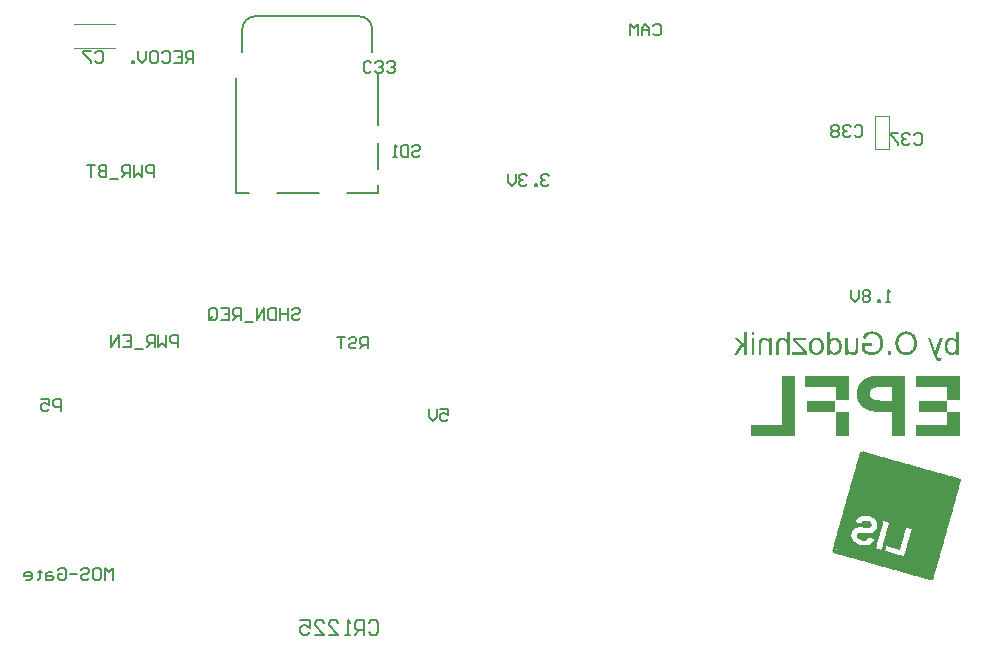
<source format=gbo>
G04*
G04 #@! TF.GenerationSoftware,Altium Limited,Altium Designer,20.1.11 (218)*
G04*
G04 Layer_Color=32896*
%FSLAX44Y44*%
%MOMM*%
G71*
G04*
G04 #@! TF.SameCoordinates,4E8BECB8-10D7-4487-B94D-AC5258AA6689*
G04*
G04*
G04 #@! TF.FilePolarity,Positive*
G04*
G01*
G75*
%ADD10C,0.1000*%
%ADD15C,0.1500*%
%ADD208C,0.1540*%
G36*
X834455Y233509D02*
Y233422D01*
Y233335D01*
Y233248D01*
Y233161D01*
Y233074D01*
Y232987D01*
Y232901D01*
Y232814D01*
Y232727D01*
Y232640D01*
Y232553D01*
Y232466D01*
Y232379D01*
Y232292D01*
Y232205D01*
Y232118D01*
Y232031D01*
Y231944D01*
Y231857D01*
Y231770D01*
Y231683D01*
Y231596D01*
Y231509D01*
Y231422D01*
Y231335D01*
Y231248D01*
Y231161D01*
Y231075D01*
Y230988D01*
Y230901D01*
Y230814D01*
Y230727D01*
Y230640D01*
Y230553D01*
Y230466D01*
Y230379D01*
Y230292D01*
Y230205D01*
Y230118D01*
Y230031D01*
Y229944D01*
Y229857D01*
Y229770D01*
Y229683D01*
Y229596D01*
Y229509D01*
Y229422D01*
Y229335D01*
Y229249D01*
Y229162D01*
Y229075D01*
Y228988D01*
Y228901D01*
Y228814D01*
Y228727D01*
Y228640D01*
Y228553D01*
Y228466D01*
Y228379D01*
Y228292D01*
Y228205D01*
Y228118D01*
Y228031D01*
Y227944D01*
Y227857D01*
Y227770D01*
Y227683D01*
Y227596D01*
Y227509D01*
Y227423D01*
Y227336D01*
Y227249D01*
Y227162D01*
Y227075D01*
Y226988D01*
Y226901D01*
Y226814D01*
Y226727D01*
Y226640D01*
Y226553D01*
Y226466D01*
Y226379D01*
Y226292D01*
Y226205D01*
Y226118D01*
Y226031D01*
Y225944D01*
Y225857D01*
Y225770D01*
Y225683D01*
Y225597D01*
Y225510D01*
Y225423D01*
Y225336D01*
Y225249D01*
Y225162D01*
Y225075D01*
Y224988D01*
Y224901D01*
Y224814D01*
Y224727D01*
Y224640D01*
Y224553D01*
Y224466D01*
Y224379D01*
Y224292D01*
Y224205D01*
Y224118D01*
Y224032D01*
Y223944D01*
Y223858D01*
Y223771D01*
Y223684D01*
Y223597D01*
Y223510D01*
Y223423D01*
Y223336D01*
Y223249D01*
Y223162D01*
Y223075D01*
Y222988D01*
Y222901D01*
Y222814D01*
Y222727D01*
Y222640D01*
Y222553D01*
Y222466D01*
Y222379D01*
Y222292D01*
Y222205D01*
Y222118D01*
Y222032D01*
Y221945D01*
Y221858D01*
Y221771D01*
Y221684D01*
Y221597D01*
Y221510D01*
Y221423D01*
Y221336D01*
Y221249D01*
Y221162D01*
Y221075D01*
Y220988D01*
Y220901D01*
Y220814D01*
Y220727D01*
Y220640D01*
Y220553D01*
Y220466D01*
Y220380D01*
Y220292D01*
Y220206D01*
Y220119D01*
Y220032D01*
Y219945D01*
Y219858D01*
Y219771D01*
Y219684D01*
Y219597D01*
Y219510D01*
Y219423D01*
Y219336D01*
Y219249D01*
Y219162D01*
Y219075D01*
Y218988D01*
Y218901D01*
Y218814D01*
Y218727D01*
Y218640D01*
Y218554D01*
Y218466D01*
Y218380D01*
Y218293D01*
Y218206D01*
Y218119D01*
Y218032D01*
Y217945D01*
Y217858D01*
Y217771D01*
Y217684D01*
Y217597D01*
Y217510D01*
Y217423D01*
Y217336D01*
Y217249D01*
Y217162D01*
Y217075D01*
Y216988D01*
Y216901D01*
Y216814D01*
Y216728D01*
Y216641D01*
Y216554D01*
Y216467D01*
Y216380D01*
Y216293D01*
Y216206D01*
Y216119D01*
Y216032D01*
Y215945D01*
Y215858D01*
Y215771D01*
Y215684D01*
Y215597D01*
Y215510D01*
Y215423D01*
Y215336D01*
Y215249D01*
Y215162D01*
Y215075D01*
Y214988D01*
Y214902D01*
Y214815D01*
Y214728D01*
Y214641D01*
Y214554D01*
Y214467D01*
Y214380D01*
Y214293D01*
Y214206D01*
Y214119D01*
Y214032D01*
Y213945D01*
Y213858D01*
Y213771D01*
Y213684D01*
Y213597D01*
Y213510D01*
Y213423D01*
Y213336D01*
Y213249D01*
Y213162D01*
Y213076D01*
Y212989D01*
Y212902D01*
Y212815D01*
Y212728D01*
X823412D01*
Y212815D01*
Y212902D01*
Y212989D01*
Y213076D01*
Y213162D01*
Y213249D01*
Y213336D01*
Y213423D01*
Y213510D01*
Y213597D01*
Y213684D01*
Y213771D01*
Y213858D01*
Y213945D01*
Y214032D01*
Y214119D01*
Y214206D01*
Y214293D01*
Y214380D01*
Y214467D01*
Y214554D01*
Y214641D01*
Y214728D01*
Y214815D01*
Y214902D01*
Y214988D01*
Y215075D01*
Y215162D01*
Y215249D01*
Y215336D01*
Y215423D01*
Y215510D01*
Y215597D01*
Y215684D01*
Y215771D01*
Y215858D01*
Y215945D01*
Y216032D01*
Y216119D01*
Y216206D01*
Y216293D01*
Y216380D01*
Y216467D01*
Y216554D01*
Y216641D01*
Y216728D01*
Y216814D01*
Y216901D01*
Y216988D01*
Y217075D01*
Y217162D01*
Y217249D01*
Y217336D01*
Y217423D01*
Y217510D01*
Y217597D01*
Y217684D01*
Y217771D01*
Y217858D01*
Y217945D01*
Y218032D01*
Y218119D01*
Y218206D01*
Y218293D01*
Y218380D01*
Y218466D01*
Y218554D01*
Y218640D01*
Y218727D01*
Y218814D01*
Y218901D01*
Y218988D01*
Y219075D01*
Y219162D01*
Y219249D01*
Y219336D01*
Y219423D01*
Y219510D01*
Y219597D01*
Y219684D01*
Y219771D01*
Y219858D01*
Y219945D01*
Y220032D01*
Y220119D01*
Y220206D01*
Y220292D01*
Y220380D01*
Y220466D01*
Y220553D01*
Y220640D01*
Y220727D01*
Y220814D01*
Y220901D01*
Y220988D01*
Y221075D01*
Y221162D01*
Y221249D01*
Y221336D01*
Y221423D01*
Y221510D01*
Y221597D01*
Y221684D01*
Y221771D01*
Y221858D01*
Y221945D01*
Y222032D01*
Y222118D01*
Y222205D01*
Y222292D01*
Y222379D01*
Y222466D01*
Y222553D01*
Y222640D01*
Y222727D01*
Y222814D01*
Y222901D01*
Y222988D01*
Y223075D01*
Y223162D01*
Y223249D01*
Y223336D01*
Y223423D01*
Y223510D01*
Y223597D01*
Y223684D01*
Y223771D01*
Y223858D01*
Y223944D01*
Y224032D01*
Y224118D01*
X797327D01*
Y224205D01*
Y224292D01*
Y224379D01*
Y224466D01*
Y224553D01*
Y224640D01*
Y224727D01*
Y224814D01*
Y224901D01*
Y224988D01*
Y225075D01*
Y225162D01*
Y225249D01*
Y225336D01*
Y225423D01*
Y225510D01*
Y225597D01*
Y225683D01*
Y225770D01*
Y225857D01*
Y225944D01*
Y226031D01*
Y226118D01*
Y226205D01*
Y226292D01*
Y226379D01*
Y226466D01*
Y226553D01*
Y226640D01*
Y226727D01*
Y226814D01*
Y226901D01*
Y226988D01*
Y227075D01*
Y227162D01*
Y227249D01*
Y227336D01*
Y227423D01*
Y227509D01*
Y227596D01*
Y227683D01*
Y227770D01*
Y227857D01*
Y227944D01*
Y228031D01*
Y228118D01*
Y228205D01*
Y228292D01*
Y228379D01*
Y228466D01*
Y228553D01*
Y228640D01*
Y228727D01*
Y228814D01*
Y228901D01*
Y228988D01*
Y229075D01*
Y229162D01*
Y229249D01*
Y229335D01*
Y229422D01*
Y229509D01*
Y229596D01*
Y229683D01*
Y229770D01*
Y229857D01*
Y229944D01*
Y230031D01*
Y230118D01*
Y230205D01*
Y230292D01*
Y230379D01*
Y230466D01*
Y230553D01*
Y230640D01*
Y230727D01*
Y230814D01*
Y230901D01*
Y230988D01*
Y231075D01*
Y231161D01*
Y231248D01*
Y231335D01*
Y231422D01*
Y231509D01*
Y231596D01*
Y231683D01*
Y231770D01*
Y231857D01*
Y231944D01*
Y232031D01*
Y232118D01*
Y232205D01*
Y232292D01*
Y232379D01*
Y232466D01*
Y232553D01*
Y232640D01*
Y232727D01*
Y232814D01*
Y232901D01*
Y232987D01*
Y233074D01*
Y233161D01*
Y233248D01*
Y233335D01*
Y233422D01*
Y233509D01*
Y233596D01*
X834455D01*
Y233509D01*
D02*
G37*
G36*
X740113D02*
Y233422D01*
Y233335D01*
Y233248D01*
Y233161D01*
Y233074D01*
Y232987D01*
Y232901D01*
Y232814D01*
Y232727D01*
Y232640D01*
Y232553D01*
Y232466D01*
Y232379D01*
Y232292D01*
Y232205D01*
Y232118D01*
Y232031D01*
Y231944D01*
Y231857D01*
Y231770D01*
Y231683D01*
Y231596D01*
Y231509D01*
Y231422D01*
Y231335D01*
Y231248D01*
Y231161D01*
Y231075D01*
Y230988D01*
Y230901D01*
Y230814D01*
Y230727D01*
Y230640D01*
Y230553D01*
Y230466D01*
Y230379D01*
Y230292D01*
Y230205D01*
Y230118D01*
Y230031D01*
Y229944D01*
Y229857D01*
Y229770D01*
Y229683D01*
Y229596D01*
Y229509D01*
Y229422D01*
Y229335D01*
Y229249D01*
Y229162D01*
Y229075D01*
Y228988D01*
Y228901D01*
Y228814D01*
Y228727D01*
Y228640D01*
Y228553D01*
Y228466D01*
Y228379D01*
Y228292D01*
Y228205D01*
Y228118D01*
Y228031D01*
Y227944D01*
Y227857D01*
Y227770D01*
Y227683D01*
Y227596D01*
Y227509D01*
Y227423D01*
Y227336D01*
Y227249D01*
Y227162D01*
Y227075D01*
Y226988D01*
Y226901D01*
Y226814D01*
Y226727D01*
Y226640D01*
Y226553D01*
Y226466D01*
Y226379D01*
Y226292D01*
Y226205D01*
Y226118D01*
Y226031D01*
Y225944D01*
Y225857D01*
Y225770D01*
Y225683D01*
Y225597D01*
Y225510D01*
Y225423D01*
Y225336D01*
Y225249D01*
Y225162D01*
Y225075D01*
Y224988D01*
Y224901D01*
Y224814D01*
Y224727D01*
Y224640D01*
Y224553D01*
Y224466D01*
Y224379D01*
Y224292D01*
Y224205D01*
Y224118D01*
Y224032D01*
Y223944D01*
Y223858D01*
Y223771D01*
Y223684D01*
Y223597D01*
Y223510D01*
Y223423D01*
Y223336D01*
Y223249D01*
Y223162D01*
Y223075D01*
Y222988D01*
Y222901D01*
Y222814D01*
Y222727D01*
Y222640D01*
Y222553D01*
Y222466D01*
Y222379D01*
Y222292D01*
Y222205D01*
Y222118D01*
Y222032D01*
Y221945D01*
Y221858D01*
Y221771D01*
Y221684D01*
Y221597D01*
Y221510D01*
Y221423D01*
Y221336D01*
Y221249D01*
Y221162D01*
Y221075D01*
Y220988D01*
Y220901D01*
Y220814D01*
Y220727D01*
Y220640D01*
Y220553D01*
Y220466D01*
Y220380D01*
Y220292D01*
Y220206D01*
Y220119D01*
Y220032D01*
Y219945D01*
Y219858D01*
Y219771D01*
Y219684D01*
Y219597D01*
Y219510D01*
Y219423D01*
Y219336D01*
Y219249D01*
Y219162D01*
Y219075D01*
Y218988D01*
Y218901D01*
Y218814D01*
Y218727D01*
Y218640D01*
Y218554D01*
Y218466D01*
Y218380D01*
Y218293D01*
Y218206D01*
Y218119D01*
Y218032D01*
Y217945D01*
Y217858D01*
Y217771D01*
Y217684D01*
Y217597D01*
Y217510D01*
Y217423D01*
Y217336D01*
Y217249D01*
Y217162D01*
Y217075D01*
Y216988D01*
Y216901D01*
Y216814D01*
Y216728D01*
Y216641D01*
Y216554D01*
Y216467D01*
Y216380D01*
Y216293D01*
Y216206D01*
Y216119D01*
Y216032D01*
Y215945D01*
Y215858D01*
Y215771D01*
Y215684D01*
Y215597D01*
Y215510D01*
Y215423D01*
Y215336D01*
Y215249D01*
Y215162D01*
Y215075D01*
Y214988D01*
Y214902D01*
Y214815D01*
Y214728D01*
Y214641D01*
Y214554D01*
Y214467D01*
Y214380D01*
Y214293D01*
Y214206D01*
Y214119D01*
Y214032D01*
Y213945D01*
Y213858D01*
Y213771D01*
Y213684D01*
Y213597D01*
Y213510D01*
Y213423D01*
Y213336D01*
Y213249D01*
Y213162D01*
Y213076D01*
Y212989D01*
Y212902D01*
Y212815D01*
Y212728D01*
X729070D01*
Y212815D01*
Y212902D01*
Y212989D01*
Y213076D01*
Y213162D01*
Y213249D01*
Y213336D01*
Y213423D01*
Y213510D01*
Y213597D01*
Y213684D01*
Y213771D01*
Y213858D01*
Y213945D01*
Y214032D01*
Y214119D01*
Y214206D01*
Y214293D01*
Y214380D01*
Y214467D01*
Y214554D01*
Y214641D01*
Y214728D01*
Y214815D01*
Y214902D01*
Y214988D01*
Y215075D01*
Y215162D01*
Y215249D01*
Y215336D01*
Y215423D01*
Y215510D01*
Y215597D01*
Y215684D01*
Y215771D01*
Y215858D01*
Y215945D01*
Y216032D01*
Y216119D01*
Y216206D01*
Y216293D01*
Y216380D01*
Y216467D01*
Y216554D01*
Y216641D01*
Y216728D01*
Y216814D01*
Y216901D01*
Y216988D01*
Y217075D01*
Y217162D01*
Y217249D01*
Y217336D01*
Y217423D01*
Y217510D01*
Y217597D01*
Y217684D01*
Y217771D01*
Y217858D01*
Y217945D01*
Y218032D01*
Y218119D01*
Y218206D01*
Y218293D01*
Y218380D01*
Y218466D01*
Y218554D01*
Y218640D01*
Y218727D01*
Y218814D01*
Y218901D01*
Y218988D01*
Y219075D01*
Y219162D01*
Y219249D01*
Y219336D01*
Y219423D01*
Y219510D01*
Y219597D01*
Y219684D01*
Y219771D01*
Y219858D01*
Y219945D01*
Y220032D01*
Y220119D01*
Y220206D01*
Y220292D01*
Y220380D01*
Y220466D01*
Y220553D01*
Y220640D01*
Y220727D01*
Y220814D01*
Y220901D01*
Y220988D01*
Y221075D01*
Y221162D01*
Y221249D01*
Y221336D01*
Y221423D01*
Y221510D01*
Y221597D01*
Y221684D01*
Y221771D01*
Y221858D01*
Y221945D01*
Y222032D01*
Y222118D01*
Y222205D01*
Y222292D01*
Y222379D01*
Y222466D01*
Y222553D01*
Y222640D01*
Y222727D01*
Y222814D01*
Y222901D01*
Y222988D01*
Y223075D01*
Y223162D01*
Y223249D01*
Y223336D01*
Y223423D01*
Y223510D01*
Y223597D01*
Y223684D01*
Y223771D01*
Y223858D01*
Y223944D01*
Y224032D01*
Y224118D01*
X702984D01*
Y224205D01*
Y224292D01*
Y224379D01*
Y224466D01*
Y224553D01*
Y224640D01*
Y224727D01*
Y224814D01*
Y224901D01*
Y224988D01*
Y225075D01*
Y225162D01*
Y225249D01*
Y225336D01*
Y225423D01*
Y225510D01*
Y225597D01*
Y225683D01*
Y225770D01*
Y225857D01*
Y225944D01*
Y226031D01*
Y226118D01*
Y226205D01*
Y226292D01*
Y226379D01*
Y226466D01*
Y226553D01*
Y226640D01*
Y226727D01*
Y226814D01*
Y226901D01*
Y226988D01*
Y227075D01*
Y227162D01*
Y227249D01*
Y227336D01*
Y227423D01*
Y227509D01*
Y227596D01*
Y227683D01*
Y227770D01*
Y227857D01*
Y227944D01*
Y228031D01*
Y228118D01*
Y228205D01*
Y228292D01*
Y228379D01*
Y228466D01*
Y228553D01*
Y228640D01*
Y228727D01*
Y228814D01*
Y228901D01*
Y228988D01*
Y229075D01*
Y229162D01*
Y229249D01*
Y229335D01*
Y229422D01*
Y229509D01*
Y229596D01*
Y229683D01*
Y229770D01*
Y229857D01*
Y229944D01*
Y230031D01*
Y230118D01*
Y230205D01*
Y230292D01*
Y230379D01*
Y230466D01*
Y230553D01*
Y230640D01*
Y230727D01*
Y230814D01*
Y230901D01*
Y230988D01*
Y231075D01*
Y231161D01*
Y231248D01*
Y231335D01*
Y231422D01*
Y231509D01*
Y231596D01*
Y231683D01*
Y231770D01*
Y231857D01*
Y231944D01*
Y232031D01*
Y232118D01*
Y232205D01*
Y232292D01*
Y232379D01*
Y232466D01*
Y232553D01*
Y232640D01*
Y232727D01*
Y232814D01*
Y232901D01*
Y232987D01*
Y233074D01*
Y233161D01*
Y233248D01*
Y233335D01*
Y233422D01*
Y233509D01*
Y233596D01*
X740113D01*
Y233509D01*
D02*
G37*
G36*
X823412Y212554D02*
Y212467D01*
Y212380D01*
Y212293D01*
Y212206D01*
Y212119D01*
Y212032D01*
Y211945D01*
Y211858D01*
Y211771D01*
Y211684D01*
Y211597D01*
Y211510D01*
Y211423D01*
Y211336D01*
Y211250D01*
Y211163D01*
Y211076D01*
Y210989D01*
Y210902D01*
Y210815D01*
Y210728D01*
Y210641D01*
Y210554D01*
Y210467D01*
Y210380D01*
Y210293D01*
Y210206D01*
Y210119D01*
Y210032D01*
Y209945D01*
Y209858D01*
Y209771D01*
Y209684D01*
Y209597D01*
Y209510D01*
Y209424D01*
Y209337D01*
Y209250D01*
Y209163D01*
Y209076D01*
Y208989D01*
Y208902D01*
Y208815D01*
Y208728D01*
Y208641D01*
Y208554D01*
Y208467D01*
Y208380D01*
Y208293D01*
Y208206D01*
Y208119D01*
Y208032D01*
Y207945D01*
Y207858D01*
Y207771D01*
Y207684D01*
Y207598D01*
Y207511D01*
Y207424D01*
Y207337D01*
Y207250D01*
Y207163D01*
Y207076D01*
Y206989D01*
Y206902D01*
Y206815D01*
Y206728D01*
Y206641D01*
Y206554D01*
Y206467D01*
Y206380D01*
Y206293D01*
Y206206D01*
Y206119D01*
Y206033D01*
Y205945D01*
Y205858D01*
Y205772D01*
Y205685D01*
Y205598D01*
Y205511D01*
Y205424D01*
Y205337D01*
Y205250D01*
Y205163D01*
Y205076D01*
Y204989D01*
Y204902D01*
Y204815D01*
Y204728D01*
Y204641D01*
Y204554D01*
Y204467D01*
Y204380D01*
Y204293D01*
Y204207D01*
Y204119D01*
Y204033D01*
Y203946D01*
Y203859D01*
Y203772D01*
Y203685D01*
Y203598D01*
Y203511D01*
Y203424D01*
Y203337D01*
Y203250D01*
X799588D01*
Y203337D01*
Y203424D01*
Y203511D01*
Y203598D01*
Y203685D01*
Y203772D01*
Y203859D01*
Y203946D01*
Y204033D01*
Y204119D01*
Y204207D01*
Y204293D01*
Y204380D01*
Y204467D01*
Y204554D01*
Y204641D01*
Y204728D01*
Y204815D01*
Y204902D01*
Y204989D01*
Y205076D01*
Y205163D01*
Y205250D01*
Y205337D01*
Y205424D01*
Y205511D01*
Y205598D01*
Y205685D01*
Y205772D01*
Y205858D01*
Y205945D01*
Y206033D01*
Y206119D01*
Y206206D01*
Y206293D01*
Y206380D01*
Y206467D01*
Y206554D01*
Y206641D01*
Y206728D01*
Y206815D01*
Y206902D01*
Y206989D01*
Y207076D01*
Y207163D01*
Y207250D01*
Y207337D01*
Y207424D01*
Y207511D01*
Y207598D01*
Y207684D01*
Y207771D01*
Y207858D01*
Y207945D01*
Y208032D01*
Y208119D01*
Y208206D01*
Y208293D01*
Y208380D01*
Y208467D01*
Y208554D01*
Y208641D01*
Y208728D01*
Y208815D01*
Y208902D01*
Y208989D01*
Y209076D01*
Y209163D01*
Y209250D01*
Y209337D01*
Y209424D01*
Y209510D01*
Y209597D01*
Y209684D01*
Y209771D01*
Y209858D01*
Y209945D01*
Y210032D01*
Y210119D01*
Y210206D01*
Y210293D01*
Y210380D01*
Y210467D01*
Y210554D01*
Y210641D01*
Y210728D01*
Y210815D01*
Y210902D01*
Y210989D01*
Y211076D01*
Y211163D01*
Y211250D01*
Y211336D01*
Y211423D01*
Y211510D01*
Y211597D01*
Y211684D01*
Y211771D01*
Y211858D01*
Y211945D01*
Y212032D01*
Y212119D01*
Y212206D01*
Y212293D01*
Y212380D01*
Y212467D01*
Y212554D01*
Y212641D01*
X823412D01*
Y212554D01*
D02*
G37*
G36*
X728983D02*
Y212467D01*
Y212380D01*
Y212293D01*
Y212206D01*
Y212119D01*
Y212032D01*
Y211945D01*
Y211858D01*
Y211771D01*
Y211684D01*
Y211597D01*
Y211510D01*
Y211423D01*
Y211336D01*
Y211250D01*
Y211163D01*
Y211076D01*
Y210989D01*
Y210902D01*
Y210815D01*
Y210728D01*
Y210641D01*
Y210554D01*
Y210467D01*
Y210380D01*
Y210293D01*
Y210206D01*
Y210119D01*
Y210032D01*
Y209945D01*
Y209858D01*
Y209771D01*
Y209684D01*
Y209597D01*
Y209510D01*
Y209424D01*
Y209337D01*
Y209250D01*
Y209163D01*
Y209076D01*
Y208989D01*
Y208902D01*
Y208815D01*
Y208728D01*
Y208641D01*
Y208554D01*
Y208467D01*
Y208380D01*
Y208293D01*
Y208206D01*
Y208119D01*
Y208032D01*
Y207945D01*
Y207858D01*
Y207771D01*
Y207684D01*
Y207598D01*
Y207511D01*
Y207424D01*
Y207337D01*
Y207250D01*
Y207163D01*
Y207076D01*
Y206989D01*
Y206902D01*
Y206815D01*
Y206728D01*
Y206641D01*
Y206554D01*
Y206467D01*
Y206380D01*
Y206293D01*
Y206206D01*
Y206119D01*
Y206033D01*
Y205945D01*
Y205858D01*
Y205772D01*
Y205685D01*
Y205598D01*
Y205511D01*
Y205424D01*
Y205337D01*
Y205250D01*
Y205163D01*
Y205076D01*
Y204989D01*
Y204902D01*
Y204815D01*
Y204728D01*
Y204641D01*
Y204554D01*
Y204467D01*
Y204380D01*
Y204293D01*
Y204207D01*
Y204119D01*
Y204033D01*
Y203946D01*
Y203859D01*
Y203772D01*
Y203685D01*
Y203598D01*
Y203511D01*
Y203424D01*
Y203337D01*
Y203250D01*
X705245D01*
Y203337D01*
Y203424D01*
Y203511D01*
Y203598D01*
Y203685D01*
Y203772D01*
Y203859D01*
Y203946D01*
Y204033D01*
Y204119D01*
Y204207D01*
Y204293D01*
Y204380D01*
Y204467D01*
Y204554D01*
Y204641D01*
Y204728D01*
Y204815D01*
Y204902D01*
Y204989D01*
Y205076D01*
Y205163D01*
Y205250D01*
Y205337D01*
Y205424D01*
Y205511D01*
Y205598D01*
Y205685D01*
Y205772D01*
Y205858D01*
Y205945D01*
Y206033D01*
Y206119D01*
Y206206D01*
Y206293D01*
Y206380D01*
Y206467D01*
Y206554D01*
Y206641D01*
Y206728D01*
Y206815D01*
Y206902D01*
Y206989D01*
Y207076D01*
Y207163D01*
Y207250D01*
Y207337D01*
Y207424D01*
Y207511D01*
Y207598D01*
Y207684D01*
Y207771D01*
Y207858D01*
Y207945D01*
Y208032D01*
Y208119D01*
Y208206D01*
Y208293D01*
Y208380D01*
Y208467D01*
Y208554D01*
Y208641D01*
Y208728D01*
Y208815D01*
Y208902D01*
Y208989D01*
Y209076D01*
Y209163D01*
Y209250D01*
Y209337D01*
Y209424D01*
Y209510D01*
Y209597D01*
Y209684D01*
Y209771D01*
Y209858D01*
Y209945D01*
Y210032D01*
Y210119D01*
Y210206D01*
Y210293D01*
Y210380D01*
Y210467D01*
Y210554D01*
Y210641D01*
Y210728D01*
Y210815D01*
Y210902D01*
Y210989D01*
Y211076D01*
Y211163D01*
Y211250D01*
Y211336D01*
Y211423D01*
Y211510D01*
Y211597D01*
Y211684D01*
Y211771D01*
Y211858D01*
Y211945D01*
Y212032D01*
Y212119D01*
Y212206D01*
Y212293D01*
Y212380D01*
Y212467D01*
Y212554D01*
Y212641D01*
X728983D01*
Y212554D01*
D02*
G37*
G36*
X834455Y203076D02*
Y202989D01*
Y202902D01*
Y202815D01*
Y202728D01*
Y202641D01*
Y202554D01*
Y202467D01*
Y202381D01*
Y202293D01*
Y202207D01*
Y202120D01*
Y202033D01*
Y201946D01*
Y201859D01*
Y201772D01*
Y201685D01*
Y201598D01*
Y201511D01*
Y201424D01*
Y201337D01*
Y201250D01*
Y201163D01*
Y201076D01*
Y200989D01*
Y200902D01*
Y200815D01*
Y200728D01*
Y200641D01*
Y200555D01*
Y200467D01*
Y200381D01*
Y200294D01*
Y200207D01*
Y200120D01*
Y200033D01*
Y199946D01*
Y199859D01*
Y199772D01*
Y199685D01*
Y199598D01*
Y199511D01*
Y199424D01*
Y199337D01*
Y199250D01*
Y199163D01*
Y199076D01*
Y198989D01*
Y198902D01*
Y198815D01*
Y198729D01*
Y198642D01*
Y198555D01*
Y198468D01*
Y198381D01*
Y198294D01*
Y198207D01*
Y198120D01*
Y198033D01*
Y197946D01*
Y197859D01*
Y197772D01*
Y197685D01*
Y197598D01*
Y197511D01*
Y197424D01*
Y197337D01*
Y197250D01*
Y197163D01*
Y197076D01*
Y196989D01*
Y196903D01*
Y196816D01*
Y196729D01*
Y196642D01*
Y196555D01*
Y196468D01*
Y196381D01*
Y196294D01*
Y196207D01*
Y196120D01*
Y196033D01*
Y195946D01*
Y195859D01*
Y195772D01*
Y195685D01*
Y195598D01*
Y195511D01*
Y195424D01*
Y195337D01*
Y195250D01*
Y195163D01*
Y195077D01*
Y194990D01*
Y194903D01*
Y194816D01*
Y194729D01*
Y194642D01*
Y194555D01*
Y194468D01*
Y194381D01*
Y194294D01*
Y194207D01*
Y194120D01*
Y194033D01*
Y193946D01*
Y193859D01*
Y193772D01*
Y193685D01*
Y193598D01*
Y193511D01*
Y193424D01*
Y193337D01*
Y193251D01*
Y193164D01*
Y193077D01*
Y192990D01*
Y192903D01*
Y192816D01*
Y192729D01*
Y192642D01*
Y192555D01*
Y192468D01*
Y192381D01*
Y192294D01*
Y192207D01*
Y192120D01*
Y192033D01*
Y191946D01*
Y191859D01*
Y191772D01*
Y191685D01*
Y191598D01*
Y191511D01*
Y191425D01*
Y191338D01*
Y191251D01*
Y191164D01*
Y191077D01*
Y190990D01*
Y190903D01*
Y190816D01*
Y190729D01*
Y190642D01*
Y190555D01*
Y190468D01*
Y190381D01*
Y190294D01*
Y190207D01*
Y190120D01*
Y190033D01*
Y189946D01*
Y189859D01*
Y189772D01*
Y189685D01*
Y189599D01*
Y189512D01*
Y189425D01*
Y189338D01*
Y189251D01*
Y189164D01*
Y189077D01*
Y188990D01*
Y188903D01*
Y188816D01*
Y188729D01*
Y188642D01*
Y188555D01*
Y188468D01*
Y188381D01*
Y188294D01*
Y188207D01*
Y188120D01*
Y188034D01*
Y187946D01*
Y187859D01*
Y187773D01*
Y187686D01*
Y187599D01*
Y187512D01*
Y187425D01*
Y187338D01*
Y187251D01*
Y187164D01*
Y187077D01*
Y186990D01*
Y186903D01*
Y186816D01*
Y186729D01*
Y186642D01*
Y186555D01*
Y186468D01*
Y186381D01*
Y186294D01*
Y186208D01*
Y186120D01*
Y186034D01*
Y185947D01*
Y185860D01*
Y185773D01*
Y185686D01*
Y185599D01*
Y185512D01*
Y185425D01*
Y185338D01*
Y185251D01*
Y185164D01*
Y185077D01*
Y184990D01*
Y184903D01*
Y184816D01*
Y184729D01*
Y184642D01*
Y184555D01*
Y184468D01*
Y184382D01*
Y184294D01*
Y184208D01*
Y184121D01*
Y184034D01*
Y183947D01*
Y183860D01*
Y183773D01*
Y183686D01*
Y183599D01*
Y183512D01*
Y183425D01*
Y183338D01*
Y183251D01*
Y183164D01*
Y183077D01*
Y182990D01*
Y182903D01*
Y182816D01*
Y182729D01*
Y182642D01*
Y182556D01*
Y182468D01*
Y182382D01*
Y182295D01*
X797327D01*
Y182382D01*
Y182468D01*
Y182556D01*
Y182642D01*
Y182729D01*
Y182816D01*
Y182903D01*
Y182990D01*
Y183077D01*
Y183164D01*
Y183251D01*
Y183338D01*
Y183425D01*
Y183512D01*
Y183599D01*
Y183686D01*
Y183773D01*
Y183860D01*
Y183947D01*
Y184034D01*
Y184121D01*
Y184208D01*
Y184294D01*
Y184382D01*
Y184468D01*
Y184555D01*
Y184642D01*
Y184729D01*
Y184816D01*
Y184903D01*
Y184990D01*
Y185077D01*
Y185164D01*
Y185251D01*
Y185338D01*
Y185425D01*
Y185512D01*
Y185599D01*
Y185686D01*
Y185773D01*
Y185860D01*
Y185947D01*
Y186034D01*
Y186120D01*
Y186208D01*
Y186294D01*
Y186381D01*
Y186468D01*
Y186555D01*
Y186642D01*
Y186729D01*
Y186816D01*
Y186903D01*
Y186990D01*
Y187077D01*
Y187164D01*
Y187251D01*
Y187338D01*
Y187425D01*
Y187512D01*
Y187599D01*
Y187686D01*
Y187773D01*
Y187859D01*
Y187946D01*
Y188034D01*
Y188120D01*
Y188207D01*
Y188294D01*
Y188381D01*
Y188468D01*
Y188555D01*
Y188642D01*
Y188729D01*
Y188816D01*
Y188903D01*
Y188990D01*
Y189077D01*
Y189164D01*
Y189251D01*
Y189338D01*
Y189425D01*
Y189512D01*
Y189599D01*
Y189685D01*
Y189772D01*
Y189859D01*
Y189946D01*
Y190033D01*
Y190120D01*
Y190207D01*
Y190294D01*
Y190381D01*
Y190468D01*
Y190555D01*
Y190642D01*
Y190729D01*
Y190816D01*
Y190903D01*
Y190990D01*
Y191077D01*
Y191164D01*
Y191251D01*
Y191338D01*
Y191425D01*
Y191511D01*
Y191598D01*
Y191685D01*
X823412D01*
Y191772D01*
Y191859D01*
Y191946D01*
Y192033D01*
Y192120D01*
Y192207D01*
Y192294D01*
Y192381D01*
Y192468D01*
Y192555D01*
Y192642D01*
Y192729D01*
Y192816D01*
Y192903D01*
Y192990D01*
Y193077D01*
Y193164D01*
Y193251D01*
Y193337D01*
Y193424D01*
Y193511D01*
Y193598D01*
Y193685D01*
Y193772D01*
Y193859D01*
Y193946D01*
Y194033D01*
Y194120D01*
Y194207D01*
Y194294D01*
Y194381D01*
Y194468D01*
Y194555D01*
Y194642D01*
Y194729D01*
Y194816D01*
Y194903D01*
Y194990D01*
Y195077D01*
Y195163D01*
Y195250D01*
Y195337D01*
Y195424D01*
Y195511D01*
Y195598D01*
Y195685D01*
Y195772D01*
Y195859D01*
Y195946D01*
Y196033D01*
Y196120D01*
Y196207D01*
Y196294D01*
Y196381D01*
Y196468D01*
Y196555D01*
Y196642D01*
Y196729D01*
Y196816D01*
Y196903D01*
Y196989D01*
Y197076D01*
Y197163D01*
Y197250D01*
Y197337D01*
Y197424D01*
Y197511D01*
Y197598D01*
Y197685D01*
Y197772D01*
Y197859D01*
Y197946D01*
Y198033D01*
Y198120D01*
Y198207D01*
Y198294D01*
Y198381D01*
Y198468D01*
Y198555D01*
Y198642D01*
Y198729D01*
Y198815D01*
Y198902D01*
Y198989D01*
Y199076D01*
Y199163D01*
Y199250D01*
Y199337D01*
Y199424D01*
Y199511D01*
Y199598D01*
Y199685D01*
Y199772D01*
Y199859D01*
Y199946D01*
Y200033D01*
Y200120D01*
Y200207D01*
Y200294D01*
Y200381D01*
Y200467D01*
Y200555D01*
Y200641D01*
Y200728D01*
Y200815D01*
Y200902D01*
Y200989D01*
Y201076D01*
Y201163D01*
Y201250D01*
Y201337D01*
Y201424D01*
Y201511D01*
Y201598D01*
Y201685D01*
Y201772D01*
Y201859D01*
Y201946D01*
Y202033D01*
Y202120D01*
Y202207D01*
Y202293D01*
Y202381D01*
Y202467D01*
Y202554D01*
Y202641D01*
Y202728D01*
Y202815D01*
Y202902D01*
Y202989D01*
Y203076D01*
Y203163D01*
X834455D01*
Y203076D01*
D02*
G37*
G36*
X787849Y233509D02*
Y233422D01*
Y233335D01*
Y233248D01*
Y233161D01*
Y233074D01*
Y232987D01*
Y232901D01*
Y232814D01*
Y232727D01*
Y232640D01*
Y232553D01*
Y232466D01*
Y232379D01*
Y232292D01*
Y232205D01*
Y232118D01*
Y232031D01*
Y231944D01*
Y231857D01*
Y231770D01*
Y231683D01*
Y231596D01*
Y231509D01*
Y231422D01*
Y231335D01*
Y231248D01*
Y231161D01*
Y231075D01*
Y230988D01*
Y230901D01*
Y230814D01*
Y230727D01*
Y230640D01*
Y230553D01*
Y230466D01*
Y230379D01*
Y230292D01*
Y230205D01*
Y230118D01*
Y230031D01*
Y229944D01*
Y229857D01*
Y229770D01*
Y229683D01*
Y229596D01*
Y229509D01*
Y229422D01*
Y229335D01*
Y229249D01*
Y229162D01*
Y229075D01*
Y228988D01*
Y228901D01*
Y228814D01*
Y228727D01*
Y228640D01*
Y228553D01*
Y228466D01*
Y228379D01*
Y228292D01*
Y228205D01*
Y228118D01*
Y228031D01*
Y227944D01*
Y227857D01*
Y227770D01*
Y227683D01*
Y227596D01*
Y227509D01*
Y227423D01*
Y227336D01*
Y227249D01*
Y227162D01*
Y227075D01*
Y226988D01*
Y226901D01*
Y226814D01*
Y226727D01*
Y226640D01*
Y226553D01*
Y226466D01*
Y226379D01*
Y226292D01*
Y226205D01*
Y226118D01*
Y226031D01*
Y225944D01*
Y225857D01*
Y225770D01*
Y225683D01*
Y225597D01*
Y225510D01*
Y225423D01*
Y225336D01*
Y225249D01*
Y225162D01*
Y225075D01*
Y224988D01*
Y224901D01*
Y224814D01*
Y224727D01*
Y224640D01*
Y224553D01*
Y224466D01*
Y224379D01*
Y224292D01*
Y224205D01*
Y224118D01*
Y224032D01*
Y223944D01*
Y223858D01*
Y223771D01*
Y223684D01*
Y223597D01*
Y223510D01*
Y223423D01*
Y223336D01*
Y223249D01*
Y223162D01*
Y223075D01*
Y222988D01*
Y222901D01*
Y222814D01*
Y222727D01*
Y222640D01*
Y222553D01*
Y222466D01*
Y222379D01*
Y222292D01*
Y222205D01*
Y222118D01*
Y222032D01*
Y221945D01*
Y221858D01*
Y221771D01*
Y221684D01*
Y221597D01*
Y221510D01*
Y221423D01*
Y221336D01*
Y221249D01*
Y221162D01*
Y221075D01*
Y220988D01*
Y220901D01*
Y220814D01*
Y220727D01*
Y220640D01*
Y220553D01*
Y220466D01*
Y220380D01*
Y220292D01*
Y220206D01*
Y220119D01*
Y220032D01*
Y219945D01*
Y219858D01*
Y219771D01*
Y219684D01*
Y219597D01*
Y219510D01*
Y219423D01*
Y219336D01*
Y219249D01*
Y219162D01*
Y219075D01*
Y218988D01*
Y218901D01*
Y218814D01*
Y218727D01*
Y218640D01*
Y218554D01*
Y218466D01*
Y218380D01*
Y218293D01*
Y218206D01*
Y218119D01*
Y218032D01*
Y217945D01*
Y217858D01*
Y217771D01*
Y217684D01*
Y217597D01*
Y217510D01*
Y217423D01*
Y217336D01*
Y217249D01*
Y217162D01*
Y217075D01*
Y216988D01*
Y216901D01*
Y216814D01*
Y216728D01*
Y216641D01*
Y216554D01*
Y216467D01*
Y216380D01*
Y216293D01*
Y216206D01*
Y216119D01*
Y216032D01*
Y215945D01*
Y215858D01*
Y215771D01*
Y215684D01*
Y215597D01*
Y215510D01*
Y215423D01*
Y215336D01*
Y215249D01*
Y215162D01*
Y215075D01*
Y214988D01*
Y214902D01*
Y214815D01*
Y214728D01*
Y214641D01*
Y214554D01*
Y214467D01*
Y214380D01*
Y214293D01*
Y214206D01*
Y214119D01*
Y214032D01*
Y213945D01*
Y213858D01*
Y213771D01*
Y213684D01*
Y213597D01*
Y213510D01*
Y213423D01*
Y213336D01*
Y213249D01*
Y213162D01*
Y213076D01*
Y212989D01*
Y212902D01*
Y212815D01*
Y212728D01*
Y212641D01*
Y212554D01*
Y212467D01*
Y212380D01*
Y212293D01*
Y212206D01*
Y212119D01*
Y212032D01*
Y211945D01*
Y211858D01*
Y211771D01*
Y211684D01*
Y211597D01*
Y211510D01*
Y211423D01*
Y211336D01*
Y211250D01*
Y211163D01*
Y211076D01*
Y210989D01*
Y210902D01*
Y210815D01*
Y210728D01*
Y210641D01*
Y210554D01*
Y210467D01*
Y210380D01*
Y210293D01*
Y210206D01*
Y210119D01*
Y210032D01*
Y209945D01*
Y209858D01*
Y209771D01*
Y209684D01*
Y209597D01*
Y209510D01*
Y209424D01*
Y209337D01*
Y209250D01*
Y209163D01*
Y209076D01*
Y208989D01*
Y208902D01*
Y208815D01*
Y208728D01*
Y208641D01*
Y208554D01*
Y208467D01*
Y208380D01*
Y208293D01*
Y208206D01*
Y208119D01*
Y208032D01*
Y207945D01*
Y207858D01*
Y207771D01*
Y207684D01*
Y207598D01*
Y207511D01*
Y207424D01*
Y207337D01*
Y207250D01*
Y207163D01*
Y207076D01*
Y206989D01*
Y206902D01*
Y206815D01*
Y206728D01*
Y206641D01*
Y206554D01*
Y206467D01*
Y206380D01*
Y206293D01*
Y206206D01*
Y206119D01*
Y206033D01*
Y205945D01*
Y205858D01*
Y205772D01*
Y205685D01*
Y205598D01*
Y205511D01*
Y205424D01*
Y205337D01*
Y205250D01*
Y205163D01*
Y205076D01*
Y204989D01*
Y204902D01*
Y204815D01*
Y204728D01*
Y204641D01*
Y204554D01*
Y204467D01*
Y204380D01*
Y204293D01*
Y204207D01*
Y204119D01*
Y204033D01*
Y203946D01*
Y203859D01*
Y203772D01*
Y203685D01*
Y203598D01*
Y203511D01*
Y203424D01*
Y203337D01*
Y203250D01*
Y203163D01*
Y203076D01*
Y202989D01*
Y202902D01*
Y202815D01*
Y202728D01*
Y202641D01*
Y202554D01*
Y202467D01*
Y202381D01*
Y202293D01*
Y202207D01*
Y202120D01*
Y202033D01*
Y201946D01*
Y201859D01*
Y201772D01*
Y201685D01*
Y201598D01*
Y201511D01*
Y201424D01*
Y201337D01*
Y201250D01*
Y201163D01*
Y201076D01*
Y200989D01*
Y200902D01*
Y200815D01*
Y200728D01*
Y200641D01*
Y200555D01*
Y200467D01*
Y200381D01*
Y200294D01*
Y200207D01*
Y200120D01*
Y200033D01*
Y199946D01*
Y199859D01*
Y199772D01*
Y199685D01*
Y199598D01*
Y199511D01*
Y199424D01*
Y199337D01*
Y199250D01*
Y199163D01*
Y199076D01*
Y198989D01*
Y198902D01*
Y198815D01*
Y198729D01*
Y198642D01*
Y198555D01*
Y198468D01*
Y198381D01*
Y198294D01*
Y198207D01*
Y198120D01*
Y198033D01*
Y197946D01*
Y197859D01*
Y197772D01*
Y197685D01*
Y197598D01*
Y197511D01*
Y197424D01*
Y197337D01*
Y197250D01*
Y197163D01*
Y197076D01*
Y196989D01*
Y196903D01*
Y196816D01*
Y196729D01*
Y196642D01*
Y196555D01*
Y196468D01*
Y196381D01*
Y196294D01*
Y196207D01*
Y196120D01*
Y196033D01*
Y195946D01*
Y195859D01*
Y195772D01*
Y195685D01*
Y195598D01*
Y195511D01*
Y195424D01*
Y195337D01*
Y195250D01*
Y195163D01*
Y195077D01*
Y194990D01*
Y194903D01*
Y194816D01*
Y194729D01*
Y194642D01*
Y194555D01*
Y194468D01*
Y194381D01*
Y194294D01*
Y194207D01*
Y194120D01*
Y194033D01*
Y193946D01*
Y193859D01*
Y193772D01*
Y193685D01*
Y193598D01*
Y193511D01*
Y193424D01*
Y193337D01*
Y193251D01*
Y193164D01*
Y193077D01*
Y192990D01*
Y192903D01*
Y192816D01*
Y192729D01*
Y192642D01*
Y192555D01*
Y192468D01*
Y192381D01*
Y192294D01*
Y192207D01*
Y192120D01*
Y192033D01*
Y191946D01*
Y191859D01*
Y191772D01*
Y191685D01*
Y191598D01*
Y191511D01*
Y191425D01*
Y191338D01*
Y191251D01*
Y191164D01*
Y191077D01*
Y190990D01*
Y190903D01*
Y190816D01*
Y190729D01*
Y190642D01*
Y190555D01*
Y190468D01*
Y190381D01*
Y190294D01*
Y190207D01*
Y190120D01*
Y190033D01*
Y189946D01*
Y189859D01*
Y189772D01*
Y189685D01*
Y189599D01*
Y189512D01*
Y189425D01*
Y189338D01*
Y189251D01*
Y189164D01*
Y189077D01*
Y188990D01*
Y188903D01*
Y188816D01*
Y188729D01*
Y188642D01*
Y188555D01*
Y188468D01*
Y188381D01*
Y188294D01*
Y188207D01*
Y188120D01*
Y188034D01*
Y187946D01*
Y187859D01*
Y187773D01*
Y187686D01*
Y187599D01*
Y187512D01*
Y187425D01*
Y187338D01*
Y187251D01*
Y187164D01*
Y187077D01*
Y186990D01*
Y186903D01*
Y186816D01*
Y186729D01*
Y186642D01*
Y186555D01*
Y186468D01*
Y186381D01*
Y186294D01*
Y186208D01*
Y186120D01*
Y186034D01*
Y185947D01*
Y185860D01*
Y185773D01*
Y185686D01*
Y185599D01*
Y185512D01*
Y185425D01*
Y185338D01*
Y185251D01*
Y185164D01*
Y185077D01*
Y184990D01*
Y184903D01*
Y184816D01*
Y184729D01*
Y184642D01*
Y184555D01*
Y184468D01*
Y184382D01*
Y184294D01*
Y184208D01*
Y184121D01*
Y184034D01*
Y183947D01*
Y183860D01*
Y183773D01*
Y183686D01*
Y183599D01*
Y183512D01*
Y183425D01*
Y183338D01*
Y183251D01*
Y183164D01*
Y183077D01*
Y182990D01*
Y182903D01*
Y182816D01*
Y182729D01*
Y182642D01*
Y182556D01*
Y182468D01*
Y182382D01*
Y182295D01*
X776806D01*
Y182382D01*
Y182468D01*
Y182556D01*
Y182642D01*
Y182729D01*
Y182816D01*
Y182903D01*
Y182990D01*
Y183077D01*
Y183164D01*
Y183251D01*
Y183338D01*
Y183425D01*
Y183512D01*
Y183599D01*
Y183686D01*
Y183773D01*
Y183860D01*
Y183947D01*
Y184034D01*
Y184121D01*
Y184208D01*
Y184294D01*
Y184382D01*
Y184468D01*
Y184555D01*
Y184642D01*
Y184729D01*
Y184816D01*
Y184903D01*
Y184990D01*
Y185077D01*
Y185164D01*
Y185251D01*
Y185338D01*
Y185425D01*
Y185512D01*
Y185599D01*
Y185686D01*
Y185773D01*
Y185860D01*
Y185947D01*
Y186034D01*
Y186120D01*
Y186208D01*
Y186294D01*
Y186381D01*
Y186468D01*
Y186555D01*
Y186642D01*
Y186729D01*
Y186816D01*
Y186903D01*
Y186990D01*
Y187077D01*
Y187164D01*
Y187251D01*
Y187338D01*
Y187425D01*
Y187512D01*
Y187599D01*
Y187686D01*
Y187773D01*
Y187859D01*
Y187946D01*
Y188034D01*
Y188120D01*
Y188207D01*
Y188294D01*
Y188381D01*
Y188468D01*
Y188555D01*
Y188642D01*
Y188729D01*
Y188816D01*
Y188903D01*
Y188990D01*
Y189077D01*
Y189164D01*
Y189251D01*
Y189338D01*
Y189425D01*
Y189512D01*
Y189599D01*
Y189685D01*
Y189772D01*
Y189859D01*
Y189946D01*
Y190033D01*
Y190120D01*
Y190207D01*
Y190294D01*
Y190381D01*
Y190468D01*
Y190555D01*
Y190642D01*
Y190729D01*
Y190816D01*
Y190903D01*
Y190990D01*
Y191077D01*
Y191164D01*
Y191251D01*
Y191338D01*
Y191425D01*
Y191511D01*
Y191598D01*
Y191685D01*
Y191772D01*
Y191859D01*
Y191946D01*
Y192033D01*
Y192120D01*
Y192207D01*
Y192294D01*
Y192381D01*
Y192468D01*
Y192555D01*
Y192642D01*
Y192729D01*
Y192816D01*
Y192903D01*
Y192990D01*
Y193077D01*
Y193164D01*
Y193251D01*
Y193337D01*
Y193424D01*
Y193511D01*
Y193598D01*
Y193685D01*
Y193772D01*
Y193859D01*
Y193946D01*
Y194033D01*
Y194120D01*
Y194207D01*
Y194294D01*
Y194381D01*
Y194468D01*
Y194555D01*
Y194642D01*
Y194729D01*
Y194816D01*
Y194903D01*
Y194990D01*
Y195077D01*
Y195163D01*
Y195250D01*
Y195337D01*
Y195424D01*
Y195511D01*
Y195598D01*
Y195685D01*
Y195772D01*
Y195859D01*
Y195946D01*
Y196033D01*
Y196120D01*
Y196207D01*
Y196294D01*
Y196381D01*
Y196468D01*
Y196555D01*
Y196642D01*
Y196729D01*
Y196816D01*
Y196903D01*
Y196989D01*
Y197076D01*
Y197163D01*
Y197250D01*
Y197337D01*
Y197424D01*
Y197511D01*
Y197598D01*
Y197685D01*
Y197772D01*
Y197859D01*
Y197946D01*
Y198033D01*
Y198120D01*
Y198207D01*
Y198294D01*
Y198381D01*
Y198468D01*
Y198555D01*
Y198642D01*
Y198729D01*
Y198815D01*
Y198902D01*
Y198989D01*
Y199076D01*
Y199163D01*
Y199250D01*
Y199337D01*
Y199424D01*
Y199511D01*
Y199598D01*
Y199685D01*
Y199772D01*
Y199859D01*
Y199946D01*
Y200033D01*
Y200120D01*
Y200207D01*
Y200294D01*
Y200381D01*
Y200467D01*
Y200555D01*
Y200641D01*
Y200728D01*
Y200815D01*
Y200902D01*
Y200989D01*
Y201076D01*
Y201163D01*
Y201250D01*
Y201337D01*
Y201424D01*
Y201511D01*
Y201598D01*
Y201685D01*
Y201772D01*
Y201859D01*
Y201946D01*
Y202033D01*
Y202120D01*
Y202207D01*
Y202293D01*
Y202381D01*
Y202467D01*
Y202554D01*
Y202641D01*
Y202728D01*
Y202815D01*
Y202902D01*
Y202989D01*
Y203076D01*
Y203163D01*
Y203250D01*
X762546D01*
Y203337D01*
X761590D01*
Y203424D01*
X760894D01*
Y203511D01*
X760372D01*
Y203598D01*
X759851D01*
Y203685D01*
X759416D01*
Y203772D01*
X758981D01*
Y203859D01*
X758633D01*
Y203946D01*
X758286D01*
Y204033D01*
X758025D01*
Y204119D01*
X757764D01*
Y204207D01*
X757416D01*
Y204293D01*
X757155D01*
Y204380D01*
X756981D01*
Y204467D01*
X756720D01*
Y204554D01*
X756460D01*
Y204641D01*
X756286D01*
Y204728D01*
X756112D01*
Y204815D01*
X755851D01*
Y204902D01*
X755677D01*
Y204989D01*
X755503D01*
Y205076D01*
X755329D01*
Y205163D01*
X755155D01*
Y205250D01*
X754981D01*
Y205337D01*
X754808D01*
Y205424D01*
X754634D01*
Y205511D01*
X754460D01*
Y205598D01*
X754286D01*
Y205685D01*
X754112D01*
Y205772D01*
X754025D01*
Y205858D01*
X753851D01*
Y205945D01*
X753677D01*
Y206033D01*
X753590D01*
Y206119D01*
X753416D01*
Y206206D01*
X753329D01*
Y206293D01*
X753155D01*
Y206380D01*
X753068D01*
Y206467D01*
X752895D01*
Y206554D01*
X752808D01*
Y206641D01*
X752634D01*
Y206728D01*
X752547D01*
Y206815D01*
X752460D01*
Y206902D01*
X752373D01*
Y206989D01*
X752199D01*
Y207076D01*
X752112D01*
Y207163D01*
X752025D01*
Y207250D01*
X751938D01*
Y207337D01*
X751851D01*
Y207424D01*
X751677D01*
Y207511D01*
X751590D01*
Y207598D01*
X751503D01*
Y207684D01*
X751416D01*
Y207771D01*
X751329D01*
Y207858D01*
X751243D01*
Y207945D01*
X751155D01*
Y208032D01*
X751069D01*
Y208119D01*
X750982D01*
Y208206D01*
X750895D01*
Y208293D01*
X750808D01*
Y208380D01*
X750721D01*
Y208467D01*
Y208554D01*
X750634D01*
Y208641D01*
X750547D01*
Y208728D01*
X750460D01*
Y208815D01*
X750373D01*
Y208902D01*
X750286D01*
Y208989D01*
X750199D01*
Y209076D01*
Y209163D01*
X750112D01*
Y209250D01*
X750025D01*
Y209337D01*
X749938D01*
Y209424D01*
Y209510D01*
X749851D01*
Y209597D01*
X749764D01*
Y209684D01*
Y209771D01*
X749677D01*
Y209858D01*
X749590D01*
Y209945D01*
X749503D01*
Y210032D01*
Y210119D01*
X749417D01*
Y210206D01*
Y210293D01*
X749330D01*
Y210380D01*
X749243D01*
Y210467D01*
Y210554D01*
X749156D01*
Y210641D01*
Y210728D01*
X749069D01*
Y210815D01*
X748982D01*
Y210902D01*
Y210989D01*
X748895D01*
Y211076D01*
Y211163D01*
X748808D01*
Y211250D01*
Y211336D01*
X748721D01*
Y211423D01*
Y211510D01*
X748634D01*
Y211597D01*
Y211684D01*
X748547D01*
Y211771D01*
Y211858D01*
X748460D01*
Y211945D01*
Y212032D01*
Y212119D01*
X748373D01*
Y212206D01*
Y212293D01*
X748286D01*
Y212380D01*
Y212467D01*
Y212554D01*
X748199D01*
Y212641D01*
Y212728D01*
Y212815D01*
X748112D01*
Y212902D01*
Y212989D01*
X748025D01*
Y213076D01*
Y213162D01*
Y213249D01*
X747938D01*
Y213336D01*
Y213423D01*
Y213510D01*
Y213597D01*
X747851D01*
Y213684D01*
Y213771D01*
Y213858D01*
X747764D01*
Y213945D01*
Y214032D01*
Y214119D01*
Y214206D01*
X747677D01*
Y214293D01*
Y214380D01*
Y214467D01*
Y214554D01*
X747590D01*
Y214641D01*
Y214728D01*
Y214815D01*
Y214902D01*
X747504D01*
Y214988D01*
Y215075D01*
Y215162D01*
Y215249D01*
Y215336D01*
X747417D01*
Y215423D01*
Y215510D01*
Y215597D01*
Y215684D01*
Y215771D01*
Y215858D01*
X747330D01*
Y215945D01*
Y216032D01*
Y216119D01*
Y216206D01*
Y216293D01*
Y216380D01*
Y216467D01*
X747243D01*
Y216554D01*
Y216641D01*
Y216728D01*
Y216814D01*
Y216901D01*
Y216988D01*
Y217075D01*
Y217162D01*
Y217249D01*
Y217336D01*
Y217423D01*
Y217510D01*
X747156D01*
Y217597D01*
Y217684D01*
Y217771D01*
Y217858D01*
Y217945D01*
Y218032D01*
Y218119D01*
Y218206D01*
Y218293D01*
Y218380D01*
Y218466D01*
Y218554D01*
Y218640D01*
Y218727D01*
Y218814D01*
Y218901D01*
Y218988D01*
Y219075D01*
Y219162D01*
Y219249D01*
Y219336D01*
X747243D01*
Y219423D01*
Y219510D01*
Y219597D01*
Y219684D01*
Y219771D01*
Y219858D01*
Y219945D01*
Y220032D01*
Y220119D01*
Y220206D01*
Y220292D01*
Y220380D01*
X747330D01*
Y220466D01*
Y220553D01*
Y220640D01*
Y220727D01*
Y220814D01*
Y220901D01*
Y220988D01*
X747417D01*
Y221075D01*
Y221162D01*
Y221249D01*
Y221336D01*
Y221423D01*
Y221510D01*
X747504D01*
Y221597D01*
Y221684D01*
Y221771D01*
Y221858D01*
Y221945D01*
X747590D01*
Y222032D01*
Y222118D01*
Y222205D01*
Y222292D01*
X747677D01*
Y222379D01*
Y222466D01*
Y222553D01*
Y222640D01*
X747764D01*
Y222727D01*
Y222814D01*
Y222901D01*
Y222988D01*
X747851D01*
Y223075D01*
Y223162D01*
Y223249D01*
X747938D01*
Y223336D01*
Y223423D01*
Y223510D01*
X748025D01*
Y223597D01*
Y223684D01*
Y223771D01*
X748112D01*
Y223858D01*
Y223944D01*
Y224032D01*
X748199D01*
Y224118D01*
Y224205D01*
Y224292D01*
X748286D01*
Y224379D01*
Y224466D01*
Y224553D01*
X748373D01*
Y224640D01*
Y224727D01*
X748460D01*
Y224814D01*
Y224901D01*
X748547D01*
Y224988D01*
Y225075D01*
X748634D01*
Y225162D01*
Y225249D01*
Y225336D01*
X748721D01*
Y225423D01*
Y225510D01*
X748808D01*
Y225597D01*
Y225683D01*
X748895D01*
Y225770D01*
X748982D01*
Y225857D01*
Y225944D01*
X749069D01*
Y226031D01*
Y226118D01*
X749156D01*
Y226205D01*
Y226292D01*
X749243D01*
Y226379D01*
X749330D01*
Y226466D01*
Y226553D01*
X749417D01*
Y226640D01*
X749503D01*
Y226727D01*
Y226814D01*
X749590D01*
Y226901D01*
X749677D01*
Y226988D01*
Y227075D01*
X749764D01*
Y227162D01*
X749851D01*
Y227249D01*
Y227336D01*
X749938D01*
Y227423D01*
X750025D01*
Y227509D01*
X750112D01*
Y227596D01*
Y227683D01*
X750199D01*
Y227770D01*
X750286D01*
Y227857D01*
X750373D01*
Y227944D01*
X750460D01*
Y228031D01*
Y228118D01*
X750547D01*
Y228205D01*
X750634D01*
Y228292D01*
X750721D01*
Y228379D01*
X750808D01*
Y228466D01*
X750895D01*
Y228553D01*
X750982D01*
Y228640D01*
X751069D01*
Y228727D01*
X751155D01*
Y228814D01*
X751243D01*
Y228901D01*
X751329D01*
Y228988D01*
X751416D01*
Y229075D01*
X751503D01*
Y229162D01*
X751590D01*
Y229249D01*
X751677D01*
Y229335D01*
X751764D01*
Y229422D01*
X751851D01*
Y229509D01*
X751938D01*
Y229596D01*
X752112D01*
Y229683D01*
X752199D01*
Y229770D01*
X752286D01*
Y229857D01*
X752373D01*
Y229944D01*
X752547D01*
Y230031D01*
X752634D01*
Y230118D01*
X752721D01*
Y230205D01*
X752895D01*
Y230292D01*
X752981D01*
Y230379D01*
X753155D01*
Y230466D01*
X753242D01*
Y230553D01*
X753416D01*
Y230640D01*
X753503D01*
Y230727D01*
X753677D01*
Y230814D01*
X753764D01*
Y230901D01*
X753938D01*
Y230988D01*
X754112D01*
Y231075D01*
X754199D01*
Y231161D01*
X754373D01*
Y231248D01*
X754547D01*
Y231335D01*
X754721D01*
Y231422D01*
X754894D01*
Y231509D01*
X755068D01*
Y231596D01*
X755242D01*
Y231683D01*
X755416D01*
Y231770D01*
X755590D01*
Y231857D01*
X755764D01*
Y231944D01*
X756025D01*
Y232031D01*
X756199D01*
Y232118D01*
X756373D01*
Y232205D01*
X756634D01*
Y232292D01*
X756894D01*
Y232379D01*
X757068D01*
Y232466D01*
X757329D01*
Y232553D01*
X757590D01*
Y232640D01*
X757938D01*
Y232727D01*
X758199D01*
Y232814D01*
X758546D01*
Y232901D01*
X758894D01*
Y232987D01*
X759242D01*
Y233074D01*
X759677D01*
Y233161D01*
X760111D01*
Y233248D01*
X760720D01*
Y233335D01*
X761329D01*
Y233422D01*
X762111D01*
Y233509D01*
X763416D01*
Y233596D01*
X787849D01*
Y233509D01*
D02*
G37*
G36*
X740113Y203076D02*
Y202989D01*
Y202902D01*
Y202815D01*
Y202728D01*
Y202641D01*
Y202554D01*
Y202467D01*
Y202381D01*
Y202293D01*
Y202207D01*
Y202120D01*
Y202033D01*
Y201946D01*
Y201859D01*
Y201772D01*
Y201685D01*
Y201598D01*
Y201511D01*
Y201424D01*
Y201337D01*
Y201250D01*
Y201163D01*
Y201076D01*
Y200989D01*
Y200902D01*
Y200815D01*
Y200728D01*
Y200641D01*
Y200555D01*
Y200467D01*
Y200381D01*
Y200294D01*
Y200207D01*
Y200120D01*
Y200033D01*
Y199946D01*
Y199859D01*
Y199772D01*
Y199685D01*
Y199598D01*
Y199511D01*
Y199424D01*
Y199337D01*
Y199250D01*
Y199163D01*
Y199076D01*
Y198989D01*
Y198902D01*
Y198815D01*
Y198729D01*
Y198642D01*
Y198555D01*
Y198468D01*
Y198381D01*
Y198294D01*
Y198207D01*
Y198120D01*
Y198033D01*
Y197946D01*
Y197859D01*
Y197772D01*
Y197685D01*
Y197598D01*
Y197511D01*
Y197424D01*
Y197337D01*
Y197250D01*
Y197163D01*
Y197076D01*
Y196989D01*
Y196903D01*
Y196816D01*
Y196729D01*
Y196642D01*
Y196555D01*
Y196468D01*
Y196381D01*
Y196294D01*
Y196207D01*
Y196120D01*
Y196033D01*
Y195946D01*
Y195859D01*
Y195772D01*
Y195685D01*
Y195598D01*
Y195511D01*
Y195424D01*
Y195337D01*
Y195250D01*
Y195163D01*
Y195077D01*
Y194990D01*
Y194903D01*
Y194816D01*
Y194729D01*
Y194642D01*
Y194555D01*
Y194468D01*
Y194381D01*
Y194294D01*
Y194207D01*
Y194120D01*
Y194033D01*
Y193946D01*
Y193859D01*
Y193772D01*
Y193685D01*
Y193598D01*
Y193511D01*
Y193424D01*
Y193337D01*
Y193251D01*
Y193164D01*
Y193077D01*
Y192990D01*
Y192903D01*
Y192816D01*
Y192729D01*
Y192642D01*
Y192555D01*
Y192468D01*
Y192381D01*
Y192294D01*
Y192207D01*
Y192120D01*
Y192033D01*
Y191946D01*
Y191859D01*
Y191772D01*
Y191685D01*
Y191598D01*
Y191511D01*
Y191425D01*
Y191338D01*
Y191251D01*
Y191164D01*
Y191077D01*
Y190990D01*
Y190903D01*
Y190816D01*
Y190729D01*
Y190642D01*
Y190555D01*
Y190468D01*
Y190381D01*
Y190294D01*
Y190207D01*
Y190120D01*
Y190033D01*
Y189946D01*
Y189859D01*
Y189772D01*
Y189685D01*
Y189599D01*
Y189512D01*
Y189425D01*
Y189338D01*
Y189251D01*
Y189164D01*
Y189077D01*
Y188990D01*
Y188903D01*
Y188816D01*
Y188729D01*
Y188642D01*
Y188555D01*
Y188468D01*
Y188381D01*
Y188294D01*
Y188207D01*
Y188120D01*
Y188034D01*
Y187946D01*
Y187859D01*
Y187773D01*
Y187686D01*
Y187599D01*
Y187512D01*
Y187425D01*
Y187338D01*
Y187251D01*
Y187164D01*
Y187077D01*
Y186990D01*
Y186903D01*
Y186816D01*
Y186729D01*
Y186642D01*
Y186555D01*
Y186468D01*
Y186381D01*
Y186294D01*
Y186208D01*
Y186120D01*
Y186034D01*
Y185947D01*
Y185860D01*
Y185773D01*
Y185686D01*
Y185599D01*
Y185512D01*
Y185425D01*
Y185338D01*
Y185251D01*
Y185164D01*
Y185077D01*
Y184990D01*
Y184903D01*
Y184816D01*
Y184729D01*
Y184642D01*
Y184555D01*
Y184468D01*
Y184382D01*
Y184294D01*
Y184208D01*
Y184121D01*
Y184034D01*
Y183947D01*
Y183860D01*
Y183773D01*
Y183686D01*
Y183599D01*
Y183512D01*
Y183425D01*
Y183338D01*
Y183251D01*
Y183164D01*
Y183077D01*
Y182990D01*
Y182903D01*
Y182816D01*
Y182729D01*
Y182642D01*
Y182556D01*
Y182468D01*
Y182382D01*
Y182295D01*
X729070D01*
Y182382D01*
Y182468D01*
Y182556D01*
Y182642D01*
Y182729D01*
Y182816D01*
Y182903D01*
Y182990D01*
Y183077D01*
Y183164D01*
Y183251D01*
Y183338D01*
Y183425D01*
Y183512D01*
Y183599D01*
Y183686D01*
Y183773D01*
Y183860D01*
Y183947D01*
Y184034D01*
Y184121D01*
Y184208D01*
Y184294D01*
Y184382D01*
Y184468D01*
Y184555D01*
Y184642D01*
Y184729D01*
Y184816D01*
Y184903D01*
Y184990D01*
Y185077D01*
Y185164D01*
Y185251D01*
Y185338D01*
Y185425D01*
Y185512D01*
Y185599D01*
Y185686D01*
Y185773D01*
Y185860D01*
Y185947D01*
Y186034D01*
Y186120D01*
Y186208D01*
Y186294D01*
Y186381D01*
Y186468D01*
Y186555D01*
Y186642D01*
Y186729D01*
Y186816D01*
Y186903D01*
Y186990D01*
Y187077D01*
Y187164D01*
Y187251D01*
Y187338D01*
Y187425D01*
Y187512D01*
Y187599D01*
Y187686D01*
Y187773D01*
Y187859D01*
Y187946D01*
Y188034D01*
Y188120D01*
Y188207D01*
Y188294D01*
Y188381D01*
Y188468D01*
Y188555D01*
Y188642D01*
Y188729D01*
Y188816D01*
Y188903D01*
Y188990D01*
Y189077D01*
Y189164D01*
Y189251D01*
Y189338D01*
Y189425D01*
Y189512D01*
Y189599D01*
Y189685D01*
Y189772D01*
Y189859D01*
Y189946D01*
Y190033D01*
Y190120D01*
Y190207D01*
Y190294D01*
Y190381D01*
Y190468D01*
Y190555D01*
Y190642D01*
Y190729D01*
Y190816D01*
Y190903D01*
Y190990D01*
Y191077D01*
Y191164D01*
Y191251D01*
Y191338D01*
Y191425D01*
Y191511D01*
Y191598D01*
Y191685D01*
Y191772D01*
Y191859D01*
Y191946D01*
Y192033D01*
Y192120D01*
Y192207D01*
Y192294D01*
Y192381D01*
Y192468D01*
Y192555D01*
Y192642D01*
Y192729D01*
Y192816D01*
Y192903D01*
Y192990D01*
Y193077D01*
Y193164D01*
Y193251D01*
Y193337D01*
Y193424D01*
Y193511D01*
Y193598D01*
Y193685D01*
Y193772D01*
Y193859D01*
Y193946D01*
Y194033D01*
Y194120D01*
Y194207D01*
Y194294D01*
Y194381D01*
Y194468D01*
Y194555D01*
Y194642D01*
Y194729D01*
Y194816D01*
Y194903D01*
Y194990D01*
Y195077D01*
Y195163D01*
Y195250D01*
Y195337D01*
Y195424D01*
Y195511D01*
Y195598D01*
Y195685D01*
Y195772D01*
Y195859D01*
Y195946D01*
Y196033D01*
Y196120D01*
Y196207D01*
Y196294D01*
Y196381D01*
Y196468D01*
Y196555D01*
Y196642D01*
Y196729D01*
Y196816D01*
Y196903D01*
Y196989D01*
Y197076D01*
Y197163D01*
Y197250D01*
Y197337D01*
Y197424D01*
Y197511D01*
Y197598D01*
Y197685D01*
Y197772D01*
Y197859D01*
Y197946D01*
Y198033D01*
Y198120D01*
Y198207D01*
Y198294D01*
Y198381D01*
Y198468D01*
Y198555D01*
Y198642D01*
Y198729D01*
Y198815D01*
Y198902D01*
Y198989D01*
Y199076D01*
Y199163D01*
Y199250D01*
Y199337D01*
Y199424D01*
Y199511D01*
Y199598D01*
Y199685D01*
Y199772D01*
Y199859D01*
Y199946D01*
Y200033D01*
Y200120D01*
Y200207D01*
Y200294D01*
Y200381D01*
Y200467D01*
Y200555D01*
Y200641D01*
Y200728D01*
Y200815D01*
Y200902D01*
Y200989D01*
Y201076D01*
Y201163D01*
Y201250D01*
Y201337D01*
Y201424D01*
Y201511D01*
Y201598D01*
Y201685D01*
Y201772D01*
Y201859D01*
Y201946D01*
Y202033D01*
Y202120D01*
Y202207D01*
Y202293D01*
Y202381D01*
Y202467D01*
Y202554D01*
Y202641D01*
Y202728D01*
Y202815D01*
Y202902D01*
Y202989D01*
Y203076D01*
Y203163D01*
X740113D01*
Y203076D01*
D02*
G37*
G36*
X694898Y233509D02*
Y233422D01*
Y233335D01*
Y233248D01*
Y233161D01*
Y233074D01*
Y232987D01*
Y232901D01*
Y232814D01*
Y232727D01*
Y232640D01*
Y232553D01*
Y232466D01*
Y232379D01*
Y232292D01*
Y232205D01*
Y232118D01*
Y232031D01*
Y231944D01*
Y231857D01*
Y231770D01*
Y231683D01*
Y231596D01*
Y231509D01*
Y231422D01*
Y231335D01*
Y231248D01*
Y231161D01*
Y231075D01*
Y230988D01*
Y230901D01*
Y230814D01*
Y230727D01*
Y230640D01*
Y230553D01*
Y230466D01*
Y230379D01*
Y230292D01*
Y230205D01*
Y230118D01*
Y230031D01*
Y229944D01*
Y229857D01*
Y229770D01*
Y229683D01*
Y229596D01*
Y229509D01*
Y229422D01*
Y229335D01*
Y229249D01*
Y229162D01*
Y229075D01*
Y228988D01*
Y228901D01*
Y228814D01*
Y228727D01*
Y228640D01*
Y228553D01*
Y228466D01*
Y228379D01*
Y228292D01*
Y228205D01*
Y228118D01*
Y228031D01*
Y227944D01*
Y227857D01*
Y227770D01*
Y227683D01*
Y227596D01*
Y227509D01*
Y227423D01*
Y227336D01*
Y227249D01*
Y227162D01*
Y227075D01*
Y226988D01*
Y226901D01*
Y226814D01*
Y226727D01*
Y226640D01*
Y226553D01*
Y226466D01*
Y226379D01*
Y226292D01*
Y226205D01*
Y226118D01*
Y226031D01*
Y225944D01*
Y225857D01*
Y225770D01*
Y225683D01*
Y225597D01*
Y225510D01*
Y225423D01*
Y225336D01*
Y225249D01*
Y225162D01*
Y225075D01*
Y224988D01*
Y224901D01*
Y224814D01*
Y224727D01*
Y224640D01*
Y224553D01*
Y224466D01*
Y224379D01*
Y224292D01*
Y224205D01*
Y224118D01*
Y224032D01*
Y223944D01*
Y223858D01*
Y223771D01*
Y223684D01*
Y223597D01*
Y223510D01*
Y223423D01*
Y223336D01*
Y223249D01*
Y223162D01*
Y223075D01*
Y222988D01*
Y222901D01*
Y222814D01*
Y222727D01*
Y222640D01*
Y222553D01*
Y222466D01*
Y222379D01*
Y222292D01*
Y222205D01*
Y222118D01*
Y222032D01*
Y221945D01*
Y221858D01*
Y221771D01*
Y221684D01*
Y221597D01*
Y221510D01*
Y221423D01*
Y221336D01*
Y221249D01*
Y221162D01*
Y221075D01*
Y220988D01*
Y220901D01*
Y220814D01*
Y220727D01*
Y220640D01*
Y220553D01*
Y220466D01*
Y220380D01*
Y220292D01*
Y220206D01*
Y220119D01*
Y220032D01*
Y219945D01*
Y219858D01*
Y219771D01*
Y219684D01*
Y219597D01*
Y219510D01*
Y219423D01*
Y219336D01*
Y219249D01*
Y219162D01*
Y219075D01*
Y218988D01*
Y218901D01*
Y218814D01*
Y218727D01*
Y218640D01*
Y218554D01*
Y218466D01*
Y218380D01*
Y218293D01*
Y218206D01*
Y218119D01*
Y218032D01*
Y217945D01*
Y217858D01*
Y217771D01*
Y217684D01*
Y217597D01*
Y217510D01*
Y217423D01*
Y217336D01*
Y217249D01*
Y217162D01*
Y217075D01*
Y216988D01*
Y216901D01*
Y216814D01*
Y216728D01*
Y216641D01*
Y216554D01*
Y216467D01*
Y216380D01*
Y216293D01*
Y216206D01*
Y216119D01*
Y216032D01*
Y215945D01*
Y215858D01*
Y215771D01*
Y215684D01*
Y215597D01*
Y215510D01*
Y215423D01*
Y215336D01*
Y215249D01*
Y215162D01*
Y215075D01*
Y214988D01*
Y214902D01*
Y214815D01*
Y214728D01*
Y214641D01*
Y214554D01*
Y214467D01*
Y214380D01*
Y214293D01*
Y214206D01*
Y214119D01*
Y214032D01*
Y213945D01*
Y213858D01*
Y213771D01*
Y213684D01*
Y213597D01*
Y213510D01*
Y213423D01*
Y213336D01*
Y213249D01*
Y213162D01*
Y213076D01*
Y212989D01*
Y212902D01*
Y212815D01*
Y212728D01*
Y212641D01*
Y212554D01*
Y212467D01*
Y212380D01*
Y212293D01*
Y212206D01*
Y212119D01*
Y212032D01*
Y211945D01*
Y211858D01*
Y211771D01*
Y211684D01*
Y211597D01*
Y211510D01*
Y211423D01*
Y211336D01*
Y211250D01*
Y211163D01*
Y211076D01*
Y210989D01*
Y210902D01*
Y210815D01*
Y210728D01*
Y210641D01*
Y210554D01*
Y210467D01*
Y210380D01*
Y210293D01*
Y210206D01*
Y210119D01*
Y210032D01*
Y209945D01*
Y209858D01*
Y209771D01*
Y209684D01*
Y209597D01*
Y209510D01*
Y209424D01*
Y209337D01*
Y209250D01*
Y209163D01*
Y209076D01*
Y208989D01*
Y208902D01*
Y208815D01*
Y208728D01*
Y208641D01*
Y208554D01*
Y208467D01*
Y208380D01*
Y208293D01*
Y208206D01*
Y208119D01*
Y208032D01*
Y207945D01*
Y207858D01*
Y207771D01*
Y207684D01*
Y207598D01*
Y207511D01*
Y207424D01*
Y207337D01*
Y207250D01*
Y207163D01*
Y207076D01*
Y206989D01*
Y206902D01*
Y206815D01*
Y206728D01*
Y206641D01*
Y206554D01*
Y206467D01*
Y206380D01*
Y206293D01*
Y206206D01*
Y206119D01*
Y206033D01*
Y205945D01*
Y205858D01*
Y205772D01*
Y205685D01*
Y205598D01*
Y205511D01*
Y205424D01*
Y205337D01*
Y205250D01*
Y205163D01*
Y205076D01*
Y204989D01*
Y204902D01*
Y204815D01*
Y204728D01*
Y204641D01*
Y204554D01*
Y204467D01*
Y204380D01*
Y204293D01*
Y204207D01*
Y204119D01*
Y204033D01*
Y203946D01*
Y203859D01*
Y203772D01*
Y203685D01*
Y203598D01*
Y203511D01*
Y203424D01*
Y203337D01*
Y203250D01*
Y203163D01*
Y203076D01*
Y202989D01*
Y202902D01*
Y202815D01*
Y202728D01*
Y202641D01*
Y202554D01*
Y202467D01*
Y202381D01*
Y202293D01*
Y202207D01*
Y202120D01*
Y202033D01*
Y201946D01*
Y201859D01*
Y201772D01*
Y201685D01*
Y201598D01*
Y201511D01*
Y201424D01*
Y201337D01*
Y201250D01*
Y201163D01*
Y201076D01*
Y200989D01*
Y200902D01*
Y200815D01*
Y200728D01*
Y200641D01*
Y200555D01*
Y200467D01*
Y200381D01*
Y200294D01*
Y200207D01*
Y200120D01*
Y200033D01*
Y199946D01*
Y199859D01*
Y199772D01*
Y199685D01*
Y199598D01*
Y199511D01*
Y199424D01*
Y199337D01*
Y199250D01*
Y199163D01*
Y199076D01*
Y198989D01*
Y198902D01*
Y198815D01*
Y198729D01*
Y198642D01*
Y198555D01*
Y198468D01*
Y198381D01*
Y198294D01*
Y198207D01*
Y198120D01*
Y198033D01*
Y197946D01*
Y197859D01*
Y197772D01*
Y197685D01*
Y197598D01*
Y197511D01*
Y197424D01*
Y197337D01*
Y197250D01*
Y197163D01*
Y197076D01*
Y196989D01*
Y196903D01*
Y196816D01*
Y196729D01*
Y196642D01*
Y196555D01*
Y196468D01*
Y196381D01*
Y196294D01*
Y196207D01*
Y196120D01*
Y196033D01*
Y195946D01*
Y195859D01*
Y195772D01*
Y195685D01*
Y195598D01*
Y195511D01*
Y195424D01*
Y195337D01*
Y195250D01*
Y195163D01*
Y195077D01*
Y194990D01*
Y194903D01*
Y194816D01*
Y194729D01*
Y194642D01*
Y194555D01*
Y194468D01*
Y194381D01*
Y194294D01*
Y194207D01*
Y194120D01*
Y194033D01*
Y193946D01*
Y193859D01*
Y193772D01*
Y193685D01*
Y193598D01*
Y193511D01*
Y193424D01*
Y193337D01*
Y193251D01*
Y193164D01*
Y193077D01*
Y192990D01*
Y192903D01*
Y192816D01*
Y192729D01*
Y192642D01*
Y192555D01*
Y192468D01*
Y192381D01*
Y192294D01*
Y192207D01*
Y192120D01*
Y192033D01*
Y191946D01*
Y191859D01*
Y191772D01*
Y191685D01*
Y191598D01*
Y191511D01*
Y191425D01*
Y191338D01*
Y191251D01*
Y191164D01*
Y191077D01*
Y190990D01*
Y190903D01*
Y190816D01*
Y190729D01*
Y190642D01*
Y190555D01*
Y190468D01*
Y190381D01*
Y190294D01*
Y190207D01*
Y190120D01*
Y190033D01*
Y189946D01*
Y189859D01*
Y189772D01*
Y189685D01*
Y189599D01*
Y189512D01*
Y189425D01*
Y189338D01*
Y189251D01*
Y189164D01*
Y189077D01*
Y188990D01*
Y188903D01*
Y188816D01*
Y188729D01*
Y188642D01*
Y188555D01*
Y188468D01*
Y188381D01*
Y188294D01*
Y188207D01*
Y188120D01*
Y188034D01*
Y187946D01*
Y187859D01*
Y187773D01*
Y187686D01*
Y187599D01*
Y187512D01*
Y187425D01*
Y187338D01*
Y187251D01*
Y187164D01*
Y187077D01*
Y186990D01*
Y186903D01*
Y186816D01*
Y186729D01*
Y186642D01*
Y186555D01*
Y186468D01*
Y186381D01*
Y186294D01*
Y186208D01*
Y186120D01*
Y186034D01*
Y185947D01*
Y185860D01*
Y185773D01*
Y185686D01*
Y185599D01*
Y185512D01*
Y185425D01*
Y185338D01*
Y185251D01*
Y185164D01*
Y185077D01*
Y184990D01*
Y184903D01*
Y184816D01*
Y184729D01*
Y184642D01*
Y184555D01*
Y184468D01*
Y184382D01*
Y184294D01*
Y184208D01*
Y184121D01*
Y184034D01*
Y183947D01*
Y183860D01*
Y183773D01*
Y183686D01*
Y183599D01*
Y183512D01*
Y183425D01*
Y183338D01*
Y183251D01*
Y183164D01*
Y183077D01*
Y182990D01*
Y182903D01*
Y182816D01*
Y182729D01*
Y182642D01*
Y182556D01*
Y182468D01*
Y182382D01*
Y182295D01*
X657856D01*
Y182382D01*
Y182468D01*
Y182556D01*
Y182642D01*
Y182729D01*
Y182816D01*
Y182903D01*
Y182990D01*
Y183077D01*
Y183164D01*
Y183251D01*
Y183338D01*
Y183425D01*
Y183512D01*
Y183599D01*
Y183686D01*
Y183773D01*
Y183860D01*
Y183947D01*
Y184034D01*
Y184121D01*
Y184208D01*
Y184294D01*
Y184382D01*
Y184468D01*
Y184555D01*
Y184642D01*
Y184729D01*
Y184816D01*
Y184903D01*
Y184990D01*
Y185077D01*
Y185164D01*
Y185251D01*
Y185338D01*
Y185425D01*
Y185512D01*
Y185599D01*
Y185686D01*
Y185773D01*
Y185860D01*
Y185947D01*
Y186034D01*
Y186120D01*
Y186208D01*
Y186294D01*
Y186381D01*
Y186468D01*
Y186555D01*
Y186642D01*
Y186729D01*
Y186816D01*
Y186903D01*
Y186990D01*
Y187077D01*
Y187164D01*
Y187251D01*
Y187338D01*
Y187425D01*
Y187512D01*
Y187599D01*
Y187686D01*
Y187773D01*
Y187859D01*
Y187946D01*
Y188034D01*
Y188120D01*
Y188207D01*
Y188294D01*
Y188381D01*
Y188468D01*
Y188555D01*
Y188642D01*
Y188729D01*
Y188816D01*
Y188903D01*
Y188990D01*
Y189077D01*
Y189164D01*
Y189251D01*
Y189338D01*
Y189425D01*
Y189512D01*
Y189599D01*
Y189685D01*
Y189772D01*
Y189859D01*
Y189946D01*
Y190033D01*
Y190120D01*
Y190207D01*
Y190294D01*
Y190381D01*
Y190468D01*
Y190555D01*
Y190642D01*
Y190729D01*
Y190816D01*
Y190903D01*
Y190990D01*
Y191077D01*
Y191164D01*
Y191251D01*
Y191338D01*
Y191425D01*
Y191511D01*
Y191598D01*
Y191685D01*
X683855D01*
Y191772D01*
Y191859D01*
Y191946D01*
Y192033D01*
Y192120D01*
Y192207D01*
Y192294D01*
Y192381D01*
Y192468D01*
Y192555D01*
Y192642D01*
Y192729D01*
Y192816D01*
Y192903D01*
Y192990D01*
Y193077D01*
Y193164D01*
Y193251D01*
Y193337D01*
Y193424D01*
Y193511D01*
Y193598D01*
Y193685D01*
Y193772D01*
Y193859D01*
Y193946D01*
Y194033D01*
Y194120D01*
Y194207D01*
Y194294D01*
Y194381D01*
Y194468D01*
Y194555D01*
Y194642D01*
Y194729D01*
Y194816D01*
Y194903D01*
Y194990D01*
Y195077D01*
Y195163D01*
Y195250D01*
Y195337D01*
Y195424D01*
Y195511D01*
Y195598D01*
Y195685D01*
Y195772D01*
Y195859D01*
Y195946D01*
Y196033D01*
Y196120D01*
Y196207D01*
Y196294D01*
Y196381D01*
Y196468D01*
Y196555D01*
Y196642D01*
Y196729D01*
Y196816D01*
Y196903D01*
Y196989D01*
Y197076D01*
Y197163D01*
Y197250D01*
Y197337D01*
Y197424D01*
Y197511D01*
Y197598D01*
Y197685D01*
Y197772D01*
Y197859D01*
Y197946D01*
Y198033D01*
Y198120D01*
Y198207D01*
Y198294D01*
Y198381D01*
Y198468D01*
Y198555D01*
Y198642D01*
Y198729D01*
Y198815D01*
Y198902D01*
Y198989D01*
Y199076D01*
Y199163D01*
Y199250D01*
Y199337D01*
Y199424D01*
Y199511D01*
Y199598D01*
Y199685D01*
Y199772D01*
Y199859D01*
Y199946D01*
Y200033D01*
Y200120D01*
Y200207D01*
Y200294D01*
Y200381D01*
Y200467D01*
Y200555D01*
Y200641D01*
Y200728D01*
Y200815D01*
Y200902D01*
Y200989D01*
Y201076D01*
Y201163D01*
Y201250D01*
Y201337D01*
Y201424D01*
Y201511D01*
Y201598D01*
Y201685D01*
Y201772D01*
Y201859D01*
Y201946D01*
Y202033D01*
Y202120D01*
Y202207D01*
Y202293D01*
Y202381D01*
Y202467D01*
Y202554D01*
Y202641D01*
Y202728D01*
Y202815D01*
Y202902D01*
Y202989D01*
Y203076D01*
Y203163D01*
Y203250D01*
Y203337D01*
Y203424D01*
Y203511D01*
Y203598D01*
Y203685D01*
Y203772D01*
Y203859D01*
Y203946D01*
Y204033D01*
Y204119D01*
Y204207D01*
Y204293D01*
Y204380D01*
Y204467D01*
Y204554D01*
Y204641D01*
Y204728D01*
Y204815D01*
Y204902D01*
Y204989D01*
Y205076D01*
Y205163D01*
Y205250D01*
Y205337D01*
Y205424D01*
Y205511D01*
Y205598D01*
Y205685D01*
Y205772D01*
Y205858D01*
Y205945D01*
Y206033D01*
Y206119D01*
Y206206D01*
Y206293D01*
Y206380D01*
Y206467D01*
Y206554D01*
Y206641D01*
Y206728D01*
Y206815D01*
Y206902D01*
Y206989D01*
Y207076D01*
Y207163D01*
Y207250D01*
Y207337D01*
Y207424D01*
Y207511D01*
Y207598D01*
Y207684D01*
Y207771D01*
Y207858D01*
Y207945D01*
Y208032D01*
Y208119D01*
Y208206D01*
Y208293D01*
Y208380D01*
Y208467D01*
Y208554D01*
Y208641D01*
Y208728D01*
Y208815D01*
Y208902D01*
Y208989D01*
Y209076D01*
Y209163D01*
Y209250D01*
Y209337D01*
Y209424D01*
Y209510D01*
Y209597D01*
Y209684D01*
Y209771D01*
Y209858D01*
Y209945D01*
Y210032D01*
Y210119D01*
Y210206D01*
Y210293D01*
Y210380D01*
Y210467D01*
Y210554D01*
Y210641D01*
Y210728D01*
Y210815D01*
Y210902D01*
Y210989D01*
Y211076D01*
Y211163D01*
Y211250D01*
Y211336D01*
Y211423D01*
Y211510D01*
Y211597D01*
Y211684D01*
Y211771D01*
Y211858D01*
Y211945D01*
Y212032D01*
Y212119D01*
Y212206D01*
Y212293D01*
Y212380D01*
Y212467D01*
Y212554D01*
Y212641D01*
Y212728D01*
Y212815D01*
Y212902D01*
Y212989D01*
Y213076D01*
Y213162D01*
Y213249D01*
Y213336D01*
Y213423D01*
Y213510D01*
Y213597D01*
Y213684D01*
Y213771D01*
Y213858D01*
Y213945D01*
Y214032D01*
Y214119D01*
Y214206D01*
Y214293D01*
Y214380D01*
Y214467D01*
Y214554D01*
Y214641D01*
Y214728D01*
Y214815D01*
Y214902D01*
Y214988D01*
Y215075D01*
Y215162D01*
Y215249D01*
Y215336D01*
Y215423D01*
Y215510D01*
Y215597D01*
Y215684D01*
Y215771D01*
Y215858D01*
Y215945D01*
Y216032D01*
Y216119D01*
Y216206D01*
Y216293D01*
Y216380D01*
Y216467D01*
Y216554D01*
Y216641D01*
Y216728D01*
Y216814D01*
Y216901D01*
Y216988D01*
Y217075D01*
Y217162D01*
Y217249D01*
Y217336D01*
Y217423D01*
Y217510D01*
Y217597D01*
Y217684D01*
Y217771D01*
Y217858D01*
Y217945D01*
Y218032D01*
Y218119D01*
Y218206D01*
Y218293D01*
Y218380D01*
Y218466D01*
Y218554D01*
Y218640D01*
Y218727D01*
Y218814D01*
Y218901D01*
Y218988D01*
Y219075D01*
Y219162D01*
Y219249D01*
Y219336D01*
Y219423D01*
Y219510D01*
Y219597D01*
Y219684D01*
Y219771D01*
Y219858D01*
Y219945D01*
Y220032D01*
Y220119D01*
Y220206D01*
Y220292D01*
Y220380D01*
Y220466D01*
Y220553D01*
Y220640D01*
Y220727D01*
Y220814D01*
Y220901D01*
Y220988D01*
Y221075D01*
Y221162D01*
Y221249D01*
Y221336D01*
Y221423D01*
Y221510D01*
Y221597D01*
Y221684D01*
Y221771D01*
Y221858D01*
Y221945D01*
Y222032D01*
Y222118D01*
Y222205D01*
Y222292D01*
Y222379D01*
Y222466D01*
Y222553D01*
Y222640D01*
Y222727D01*
Y222814D01*
Y222901D01*
Y222988D01*
Y223075D01*
Y223162D01*
Y223249D01*
Y223336D01*
Y223423D01*
Y223510D01*
Y223597D01*
Y223684D01*
Y223771D01*
Y223858D01*
Y223944D01*
Y224032D01*
Y224118D01*
Y224205D01*
Y224292D01*
Y224379D01*
Y224466D01*
Y224553D01*
Y224640D01*
Y224727D01*
Y224814D01*
Y224901D01*
Y224988D01*
Y225075D01*
Y225162D01*
Y225249D01*
Y225336D01*
Y225423D01*
Y225510D01*
Y225597D01*
Y225683D01*
Y225770D01*
Y225857D01*
Y225944D01*
Y226031D01*
Y226118D01*
Y226205D01*
Y226292D01*
Y226379D01*
Y226466D01*
Y226553D01*
Y226640D01*
Y226727D01*
Y226814D01*
Y226901D01*
Y226988D01*
Y227075D01*
Y227162D01*
Y227249D01*
Y227336D01*
Y227423D01*
Y227509D01*
Y227596D01*
Y227683D01*
Y227770D01*
Y227857D01*
Y227944D01*
Y228031D01*
Y228118D01*
Y228205D01*
Y228292D01*
Y228379D01*
Y228466D01*
Y228553D01*
Y228640D01*
Y228727D01*
Y228814D01*
Y228901D01*
Y228988D01*
Y229075D01*
Y229162D01*
Y229249D01*
Y229335D01*
Y229422D01*
Y229509D01*
Y229596D01*
Y229683D01*
Y229770D01*
Y229857D01*
Y229944D01*
Y230031D01*
Y230118D01*
Y230205D01*
Y230292D01*
Y230379D01*
Y230466D01*
Y230553D01*
Y230640D01*
Y230727D01*
Y230814D01*
Y230901D01*
Y230988D01*
Y231075D01*
Y231161D01*
Y231248D01*
Y231335D01*
Y231422D01*
Y231509D01*
Y231596D01*
Y231683D01*
Y231770D01*
Y231857D01*
Y231944D01*
Y232031D01*
Y232118D01*
Y232205D01*
Y232292D01*
Y232379D01*
Y232466D01*
Y232553D01*
Y232640D01*
Y232727D01*
Y232814D01*
Y232901D01*
Y232987D01*
Y233074D01*
Y233161D01*
Y233248D01*
Y233335D01*
Y233422D01*
Y233509D01*
Y233596D01*
X694898D01*
Y233509D01*
D02*
G37*
G36*
X752908Y169176D02*
X754362D01*
Y168812D01*
X755452D01*
Y168449D01*
X756906D01*
Y168085D01*
X757996D01*
Y167722D01*
X759450D01*
Y167359D01*
X760903D01*
Y166995D01*
X761994D01*
Y166632D01*
X763447D01*
Y166268D01*
X764538D01*
Y165905D01*
X765991D01*
Y165541D01*
X767082D01*
Y165178D01*
X768535D01*
Y164815D01*
X769989D01*
Y164451D01*
X771079D01*
Y164088D01*
X772533D01*
Y163724D01*
X773623D01*
Y163361D01*
X775077D01*
Y162998D01*
X776167D01*
Y162634D01*
X777621D01*
Y162271D01*
X778711D01*
Y161907D01*
X780165D01*
Y161544D01*
X781618D01*
Y161180D01*
X782709D01*
Y160817D01*
X784162D01*
Y160454D01*
X785252D01*
Y160090D01*
X786706D01*
Y159727D01*
X787796D01*
Y159363D01*
X789250D01*
Y159000D01*
X790704D01*
Y158637D01*
X791794D01*
Y158273D01*
X793248D01*
Y157910D01*
X794338D01*
Y157546D01*
X795791D01*
Y157183D01*
X796882D01*
Y156819D01*
X798335D01*
Y156456D01*
X799789D01*
Y156093D01*
X800879D01*
Y155729D01*
X802333D01*
Y155366D01*
X803423D01*
Y155002D01*
X804877D01*
Y154639D01*
X805967D01*
Y154276D01*
X807421D01*
Y153912D01*
X808874D01*
Y153549D01*
X809965D01*
Y153185D01*
X811418D01*
Y152822D01*
X812509D01*
Y152458D01*
X813962D01*
Y152095D01*
X815052D01*
Y151732D01*
X816506D01*
Y151368D01*
X817960D01*
Y151005D01*
X819050D01*
Y150641D01*
X820504D01*
Y150278D01*
X821594D01*
Y149915D01*
X823048D01*
Y149551D01*
X824138D01*
Y149188D01*
X825592D01*
Y148824D01*
X826682D01*
Y148461D01*
X828136D01*
Y148097D01*
X829589D01*
Y147734D01*
X830679D01*
Y147371D01*
X832133D01*
Y147007D01*
X833223D01*
Y146644D01*
X834677D01*
Y146280D01*
X835404D01*
Y145917D01*
Y145554D01*
X835040D01*
Y145190D01*
Y144827D01*
Y144463D01*
Y144100D01*
Y143737D01*
Y143373D01*
X834677D01*
Y143010D01*
Y142646D01*
Y142283D01*
Y141919D01*
X834314D01*
Y141556D01*
Y141193D01*
Y140829D01*
X833950D01*
Y140466D01*
Y140102D01*
Y139739D01*
Y139376D01*
X833587D01*
Y139012D01*
Y138649D01*
Y138285D01*
X833223D01*
Y137922D01*
Y137558D01*
Y137195D01*
Y136832D01*
X832860D01*
Y136468D01*
Y136105D01*
Y135741D01*
X832496D01*
Y135378D01*
Y135015D01*
Y134651D01*
Y134288D01*
X832133D01*
Y133924D01*
Y133561D01*
Y133197D01*
X831770D01*
Y132834D01*
Y132471D01*
Y132107D01*
Y131744D01*
X831406D01*
Y131380D01*
Y131017D01*
Y130654D01*
Y130290D01*
X831043D01*
Y129927D01*
Y129563D01*
Y129200D01*
X830679D01*
Y128836D01*
Y128473D01*
Y128110D01*
Y127746D01*
X830316D01*
Y127383D01*
Y127019D01*
Y126656D01*
X829952D01*
Y126293D01*
Y125929D01*
Y125566D01*
Y125202D01*
X829589D01*
Y124839D01*
Y124475D01*
Y124112D01*
X829226D01*
Y123749D01*
Y123385D01*
Y123022D01*
Y122659D01*
X828862D01*
Y122295D01*
Y121932D01*
Y121568D01*
X828499D01*
Y121205D01*
Y120841D01*
Y120478D01*
Y120114D01*
X828136D01*
Y119751D01*
Y119388D01*
Y119024D01*
Y118661D01*
X827772D01*
Y118298D01*
Y117934D01*
Y117571D01*
X827409D01*
Y117207D01*
Y116844D01*
Y116480D01*
Y116117D01*
X827045D01*
Y115753D01*
Y115390D01*
Y115027D01*
X826682D01*
Y114663D01*
Y114300D01*
Y113937D01*
Y113573D01*
X826318D01*
Y113210D01*
Y112846D01*
Y112483D01*
Y112119D01*
X825955D01*
Y111756D01*
Y111392D01*
Y111029D01*
X825592D01*
Y110666D01*
Y110302D01*
Y109939D01*
Y109576D01*
X825228D01*
Y109212D01*
Y108849D01*
Y108485D01*
X824865D01*
Y108122D01*
Y107758D01*
Y107395D01*
Y107032D01*
X824501D01*
Y106668D01*
Y106305D01*
Y105941D01*
X824138D01*
Y105578D01*
Y105215D01*
Y104851D01*
Y104488D01*
X823774D01*
Y104124D01*
Y103761D01*
Y103397D01*
X823411D01*
Y103034D01*
Y102671D01*
Y102307D01*
Y101944D01*
X823048D01*
Y101580D01*
Y101217D01*
Y100854D01*
Y100490D01*
X822684D01*
Y100127D01*
Y99763D01*
Y99400D01*
X822321D01*
Y99036D01*
Y98673D01*
Y98310D01*
Y97946D01*
X821957D01*
Y97583D01*
Y97219D01*
Y96856D01*
X821594D01*
Y96493D01*
Y96129D01*
Y95766D01*
Y95402D01*
X821231D01*
Y95039D01*
Y94676D01*
Y94312D01*
X820867D01*
Y93949D01*
Y93585D01*
Y93222D01*
Y92858D01*
X820504D01*
Y92495D01*
Y92132D01*
Y91768D01*
Y91405D01*
X820140D01*
Y91041D01*
Y90678D01*
Y90314D01*
X819777D01*
Y89951D01*
Y89588D01*
Y89224D01*
Y88861D01*
X819414D01*
Y88497D01*
Y88134D01*
Y87771D01*
X819050D01*
Y87407D01*
Y87044D01*
Y86680D01*
Y86317D01*
X818687D01*
Y85954D01*
Y85590D01*
Y85227D01*
X818323D01*
Y84863D01*
Y84500D01*
Y84136D01*
Y83773D01*
X817960D01*
Y83410D01*
Y83046D01*
Y82683D01*
Y82319D01*
X817596D01*
Y81956D01*
Y81593D01*
Y81229D01*
X817233D01*
Y80866D01*
Y80502D01*
Y80139D01*
Y79775D01*
X816870D01*
Y79412D01*
Y79049D01*
Y78685D01*
X816506D01*
Y78322D01*
Y77958D01*
Y77595D01*
Y77231D01*
X816143D01*
Y76868D01*
Y76505D01*
Y76141D01*
X815779D01*
Y75778D01*
Y75414D01*
Y75051D01*
Y74688D01*
X815416D01*
Y74324D01*
Y73961D01*
Y73597D01*
Y73234D01*
X815052D01*
Y72870D01*
Y72507D01*
Y72144D01*
X814689D01*
Y71780D01*
Y71417D01*
Y71053D01*
Y70690D01*
X814326D01*
Y70327D01*
Y69963D01*
Y69600D01*
X813962D01*
Y69236D01*
Y68873D01*
Y68509D01*
Y68146D01*
X813599D01*
Y67783D01*
Y67419D01*
Y67056D01*
X813235D01*
Y66692D01*
Y66329D01*
Y65966D01*
Y65602D01*
X812872D01*
Y65239D01*
Y64875D01*
Y64512D01*
Y64149D01*
X812509D01*
Y63785D01*
Y63422D01*
Y63058D01*
X812145D01*
Y62695D01*
Y62331D01*
Y61968D01*
X811782D01*
Y61605D01*
Y61241D01*
X811418D01*
Y60878D01*
X810692D01*
Y60514D01*
X809238D01*
Y60878D01*
X807784D01*
Y61241D01*
X806694D01*
Y61605D01*
X805240D01*
Y61968D01*
X804150D01*
Y62331D01*
X802696D01*
Y62695D01*
X801606D01*
Y63058D01*
X800153D01*
Y63422D01*
X798699D01*
Y63785D01*
X797608D01*
Y64149D01*
X796155D01*
Y64512D01*
X795065D01*
Y64875D01*
X793611D01*
Y65239D01*
X792521D01*
Y65602D01*
X791067D01*
Y65966D01*
X789613D01*
Y66329D01*
X788523D01*
Y66692D01*
X787069D01*
Y67056D01*
X785979D01*
Y67419D01*
X784526D01*
Y67783D01*
X783435D01*
Y68146D01*
X781982D01*
Y68509D01*
X780891D01*
Y68873D01*
X779438D01*
Y69236D01*
X777984D01*
Y69600D01*
X776894D01*
Y69963D01*
X775440D01*
Y70327D01*
X774350D01*
Y70690D01*
X772896D01*
Y71053D01*
X771806D01*
Y71417D01*
X770352D01*
Y71780D01*
X768899D01*
Y72144D01*
X767808D01*
Y72507D01*
X766355D01*
Y72870D01*
X765265D01*
Y73234D01*
X763811D01*
Y73597D01*
X762721D01*
Y73961D01*
X761267D01*
Y74324D01*
X759813D01*
Y74688D01*
X758723D01*
Y75051D01*
X757269D01*
Y75414D01*
X756179D01*
Y75778D01*
X754725D01*
Y76141D01*
X753635D01*
Y76505D01*
X752182D01*
Y76868D01*
X750728D01*
Y77231D01*
X749638D01*
Y77595D01*
X748184D01*
Y77958D01*
X747094D01*
Y78322D01*
X745640D01*
Y78685D01*
X744550D01*
Y79049D01*
X743096D01*
Y79412D01*
X741643D01*
Y79775D01*
X740552D01*
Y80139D01*
X739099D01*
Y80502D01*
X738008D01*
Y80866D01*
X736555D01*
Y81229D01*
X735464D01*
Y81593D01*
X734011D01*
Y81956D01*
X732921D01*
Y82319D01*
X731467D01*
Y82683D01*
X730013D01*
Y83046D01*
X728923D01*
Y83410D01*
X727833D01*
Y83773D01*
X727106D01*
Y84136D01*
X726742D01*
Y84500D01*
Y84863D01*
X726379D01*
Y85227D01*
Y85590D01*
Y85954D01*
Y86317D01*
X726742D01*
Y86680D01*
Y87044D01*
Y87407D01*
Y87771D01*
X727106D01*
Y88134D01*
Y88497D01*
Y88861D01*
X727469D01*
Y89224D01*
Y89588D01*
Y89951D01*
Y90314D01*
X727833D01*
Y90678D01*
Y91041D01*
Y91405D01*
X728196D01*
Y91768D01*
Y92132D01*
Y92495D01*
Y92858D01*
X728560D01*
Y93222D01*
Y93585D01*
Y93949D01*
Y94312D01*
X728923D01*
Y94676D01*
Y95039D01*
Y95402D01*
X729286D01*
Y95766D01*
Y96129D01*
Y96493D01*
Y96856D01*
X729650D01*
Y97219D01*
Y97583D01*
Y97946D01*
X730013D01*
Y98310D01*
Y98673D01*
Y99036D01*
Y99400D01*
X730377D01*
Y99763D01*
Y100127D01*
Y100490D01*
X730740D01*
Y100854D01*
Y101217D01*
Y101580D01*
Y101944D01*
X731104D01*
Y102307D01*
Y102671D01*
Y103034D01*
Y103397D01*
X731467D01*
Y103761D01*
Y104124D01*
Y104488D01*
X731830D01*
Y104851D01*
Y105215D01*
Y105578D01*
Y105941D01*
X732194D01*
Y106305D01*
Y106668D01*
Y107032D01*
X732557D01*
Y107395D01*
Y107758D01*
Y108122D01*
Y108485D01*
X732921D01*
Y108849D01*
Y109212D01*
Y109576D01*
X733284D01*
Y109939D01*
Y110302D01*
Y110666D01*
Y111029D01*
X733647D01*
Y111392D01*
Y111756D01*
Y112119D01*
Y112483D01*
X734011D01*
Y112846D01*
Y113210D01*
Y113573D01*
X734374D01*
Y113937D01*
Y114300D01*
Y114663D01*
Y115027D01*
X734738D01*
Y115390D01*
Y115753D01*
Y116117D01*
X735101D01*
Y116480D01*
Y116844D01*
Y117207D01*
Y117571D01*
X735464D01*
Y117934D01*
Y118298D01*
Y118661D01*
X735828D01*
Y119024D01*
Y119388D01*
Y119751D01*
Y120114D01*
X736191D01*
Y120478D01*
Y120841D01*
Y121205D01*
X736555D01*
Y121568D01*
Y121932D01*
Y122295D01*
Y122659D01*
X736918D01*
Y123022D01*
Y123385D01*
Y123749D01*
Y124112D01*
X737281D01*
Y124475D01*
Y124839D01*
Y125202D01*
X737645D01*
Y125566D01*
Y125929D01*
Y126293D01*
Y126656D01*
X738008D01*
Y127019D01*
Y127383D01*
Y127746D01*
X738372D01*
Y128110D01*
Y128473D01*
Y128836D01*
Y129200D01*
X738735D01*
Y129563D01*
Y129927D01*
Y130290D01*
X739099D01*
Y130654D01*
Y131017D01*
Y131380D01*
Y131744D01*
X739462D01*
Y132107D01*
Y132471D01*
Y132834D01*
Y133197D01*
X739825D01*
Y133561D01*
Y133924D01*
Y134288D01*
X740189D01*
Y134651D01*
Y135015D01*
Y135378D01*
Y135741D01*
X740552D01*
Y136105D01*
Y136468D01*
Y136832D01*
X740916D01*
Y137195D01*
Y137558D01*
Y137922D01*
Y138285D01*
X741279D01*
Y138649D01*
Y139012D01*
Y139376D01*
X741643D01*
Y139739D01*
Y140102D01*
Y140466D01*
Y140829D01*
X742006D01*
Y141193D01*
Y141556D01*
Y141919D01*
Y142283D01*
X742369D01*
Y142646D01*
Y143010D01*
Y143373D01*
X742733D01*
Y143737D01*
Y144100D01*
Y144463D01*
Y144827D01*
X743096D01*
Y145190D01*
Y145554D01*
Y145917D01*
X743460D01*
Y146280D01*
Y146644D01*
Y147007D01*
Y147371D01*
X743823D01*
Y147734D01*
Y148097D01*
Y148461D01*
X744186D01*
Y148824D01*
Y149188D01*
Y149551D01*
Y149915D01*
X744550D01*
Y150278D01*
Y150641D01*
Y151005D01*
Y151368D01*
X744913D01*
Y151732D01*
Y152095D01*
Y152458D01*
X745277D01*
Y152822D01*
Y153185D01*
Y153549D01*
Y153912D01*
X745640D01*
Y154276D01*
Y154639D01*
Y155002D01*
X746003D01*
Y155366D01*
Y155729D01*
Y156093D01*
Y156456D01*
X746367D01*
Y156819D01*
Y157183D01*
Y157546D01*
X746730D01*
Y157910D01*
Y158273D01*
Y158637D01*
Y159000D01*
X747094D01*
Y159363D01*
Y159727D01*
Y160090D01*
X747457D01*
Y160454D01*
Y160817D01*
Y161180D01*
Y161544D01*
X747821D01*
Y161907D01*
Y162271D01*
Y162634D01*
Y162998D01*
X748184D01*
Y163361D01*
Y163724D01*
Y164088D01*
X748547D01*
Y164451D01*
Y164815D01*
Y165178D01*
Y165541D01*
X748911D01*
Y165905D01*
Y166268D01*
Y166632D01*
X749274D01*
Y166995D01*
Y167359D01*
Y167722D01*
X749638D01*
Y168085D01*
Y168449D01*
X750001D01*
Y168812D01*
X750728D01*
Y169176D01*
X752182D01*
Y169539D01*
X752908D01*
Y169176D01*
D02*
G37*
G36*
X660294Y268182D02*
X657941D01*
Y270869D01*
X660294D01*
Y268182D01*
D02*
G37*
G36*
X833500Y251644D02*
X831313D01*
Y253373D01*
X831042Y253019D01*
X830751Y252707D01*
X830438Y252436D01*
X830126Y252186D01*
X829793Y251999D01*
X829480Y251832D01*
X829168Y251686D01*
X828855Y251582D01*
X828585Y251499D01*
X828314Y251436D01*
X828064Y251394D01*
X827856Y251374D01*
X827689Y251353D01*
X827564Y251332D01*
X827460D01*
X827002Y251353D01*
X826564Y251415D01*
X826148Y251519D01*
X825752Y251644D01*
X825377Y251790D01*
X825023Y251936D01*
X824711Y252123D01*
X824398Y252311D01*
X824148Y252477D01*
X823898Y252665D01*
X823690Y252811D01*
X823523Y252977D01*
X823398Y253081D01*
X823294Y253186D01*
X823232Y253248D01*
X823211Y253269D01*
X822899Y253665D01*
X822628Y254060D01*
X822378Y254498D01*
X822170Y254956D01*
X822003Y255414D01*
X821857Y255893D01*
X821732Y256331D01*
X821649Y256768D01*
X821566Y257185D01*
X821524Y257580D01*
X821482Y257914D01*
X821441Y258226D01*
Y258476D01*
X821420Y258643D01*
Y258768D01*
Y258809D01*
X821441Y259372D01*
X821482Y259892D01*
X821566Y260371D01*
X821628Y260788D01*
X821670Y260975D01*
X821711Y261142D01*
X821753Y261288D01*
X821795Y261413D01*
X821815Y261517D01*
X821836Y261579D01*
X821857Y261621D01*
Y261642D01*
X822024Y262121D01*
X822211Y262558D01*
X822399Y262954D01*
X822586Y263287D01*
X822774Y263537D01*
X822899Y263745D01*
X822982Y263870D01*
X823024Y263912D01*
X823315Y264245D01*
X823627Y264537D01*
X823940Y264787D01*
X824231Y264995D01*
X824502Y265162D01*
X824711Y265266D01*
X824794Y265308D01*
X824856Y265349D01*
X824877Y265370D01*
X824898D01*
X825335Y265537D01*
X825752Y265662D01*
X826169Y265766D01*
X826544Y265828D01*
X826856Y265870D01*
X827002D01*
X827106Y265891D01*
X827335D01*
X827751Y265870D01*
X828168Y265807D01*
X828543Y265724D01*
X828918Y265599D01*
X829251Y265453D01*
X829564Y265308D01*
X829855Y265120D01*
X830105Y264953D01*
X830355Y264787D01*
X830563Y264620D01*
X830730Y264454D01*
X830876Y264308D01*
X831001Y264183D01*
X831084Y264100D01*
X831126Y264037D01*
X831146Y264016D01*
Y270869D01*
X833500D01*
Y251644D01*
D02*
G37*
G36*
X690182D02*
X687829D01*
Y259247D01*
X687808Y259830D01*
X687766Y260350D01*
X687704Y260788D01*
X687642Y261142D01*
X687579Y261434D01*
X687517Y261642D01*
X687496Y261704D01*
X687475Y261767D01*
X687454Y261808D01*
X687287Y262142D01*
X687079Y262433D01*
X686871Y262683D01*
X686642Y262892D01*
X686454Y263058D01*
X686288Y263183D01*
X686184Y263266D01*
X686142Y263287D01*
X685788Y263475D01*
X685434Y263620D01*
X685100Y263704D01*
X684809Y263787D01*
X684538Y263829D01*
X684330Y263850D01*
X684163D01*
X683663Y263808D01*
X683226Y263725D01*
X682872Y263600D01*
X682560Y263454D01*
X682310Y263287D01*
X682143Y263162D01*
X682039Y263079D01*
X681997Y263037D01*
X681851Y262871D01*
X681747Y262704D01*
X681560Y262288D01*
X681414Y261871D01*
X681331Y261434D01*
X681268Y261059D01*
X681247Y260892D01*
Y260746D01*
X681227Y260621D01*
Y260538D01*
Y260476D01*
Y260455D01*
Y251644D01*
X678873D01*
Y260455D01*
Y260830D01*
X678894Y261184D01*
X678915Y261517D01*
X678956Y261808D01*
X678998Y262100D01*
X679040Y262350D01*
X679081Y262579D01*
X679123Y262787D01*
X679165Y262975D01*
X679206Y263141D01*
X679248Y263266D01*
X679289Y263391D01*
X679331Y263475D01*
X679352Y263537D01*
X679373Y263558D01*
Y263579D01*
X679581Y263954D01*
X679831Y264308D01*
X680123Y264599D01*
X680373Y264828D01*
X680622Y265016D01*
X680831Y265162D01*
X680914Y265203D01*
X680977Y265245D01*
X680997Y265266D01*
X681018D01*
X681456Y265474D01*
X681914Y265620D01*
X682351Y265745D01*
X682768Y265807D01*
X683143Y265849D01*
X683288Y265870D01*
X683434Y265891D01*
X683684D01*
X684142Y265870D01*
X684580Y265807D01*
X684996Y265703D01*
X685392Y265599D01*
X685746Y265432D01*
X686100Y265287D01*
X686413Y265099D01*
X686683Y264933D01*
X686954Y264745D01*
X687183Y264558D01*
X687371Y264412D01*
X687537Y264266D01*
X687662Y264141D01*
X687746Y264037D01*
X687808Y263975D01*
X687829Y263954D01*
Y270869D01*
X690182D01*
Y251644D01*
D02*
G37*
G36*
X704346Y263641D02*
X698243D01*
X697785Y263662D01*
X697347D01*
X696931Y263683D01*
X696577Y263704D01*
X696285D01*
X696181Y263725D01*
X696035D01*
X704866Y253561D01*
Y251644D01*
X692536D01*
Y253685D01*
X699513D01*
X700055Y253665D01*
X700555Y253644D01*
X701013Y253623D01*
X701221Y253602D01*
X701409Y253581D01*
X701575D01*
X701721Y253561D01*
X701825D01*
X701929Y253540D01*
X701992D01*
X700513Y255164D01*
X692953Y263995D01*
Y265578D01*
X704346D01*
Y263641D01*
D02*
G37*
G36*
X654358Y251644D02*
X652005D01*
Y257143D01*
X650339Y258768D01*
X645715Y251644D01*
X642799D01*
X648672Y260392D01*
X643340Y265578D01*
X646402D01*
X652005Y259892D01*
Y270869D01*
X654358D01*
Y251644D01*
D02*
G37*
G36*
X814609Y251624D02*
X814713Y251374D01*
X814776Y251186D01*
X814817Y251082D01*
X814838Y251040D01*
X814921Y250790D01*
X815005Y250561D01*
X815088Y250353D01*
X815151Y250166D01*
X815275Y249853D01*
X815380Y249624D01*
X815442Y249457D01*
X815505Y249353D01*
X815525Y249291D01*
X815546Y249270D01*
X815796Y248958D01*
X815942Y248833D01*
X816067Y248729D01*
X816171Y248645D01*
X816254Y248583D01*
X816317Y248562D01*
X816338Y248541D01*
X816525Y248458D01*
X816733Y248395D01*
X816942Y248333D01*
X817129Y248312D01*
X817317Y248291D01*
X817462Y248270D01*
X817587D01*
X817796Y248291D01*
X818025Y248312D01*
X818254Y248354D01*
X818462Y248395D01*
X818650Y248437D01*
X818795Y248458D01*
X818879Y248499D01*
X818920D01*
X818650Y246292D01*
X818337Y246187D01*
X818066Y246125D01*
X817796Y246063D01*
X817567Y246042D01*
X817400Y246021D01*
X817254Y246000D01*
X817129D01*
X816713Y246021D01*
X816359Y246083D01*
X816025Y246187D01*
X815734Y246292D01*
X815505Y246375D01*
X815338Y246479D01*
X815234Y246542D01*
X815192Y246562D01*
X814901Y246791D01*
X814630Y247062D01*
X814380Y247333D01*
X814172Y247625D01*
X814005Y247875D01*
X813859Y248083D01*
X813818Y248166D01*
X813776Y248229D01*
X813755Y248249D01*
Y248270D01*
X813651Y248437D01*
X813568Y248645D01*
X813464Y248874D01*
X813338Y249124D01*
X813130Y249645D01*
X812901Y250166D01*
X812818Y250415D01*
X812714Y250645D01*
X812630Y250853D01*
X812568Y251040D01*
X812505Y251207D01*
X812464Y251311D01*
X812422Y251394D01*
Y251415D01*
X807132Y265578D01*
X809485D01*
X812485Y257435D01*
X812693Y256851D01*
X812880Y256289D01*
X813047Y255748D01*
X813193Y255268D01*
X813255Y255060D01*
X813297Y254873D01*
X813359Y254685D01*
X813380Y254540D01*
X813422Y254435D01*
X813443Y254352D01*
X813464Y254289D01*
Y254269D01*
X813630Y254893D01*
X813797Y255477D01*
X813984Y256039D01*
X814130Y256518D01*
X814213Y256726D01*
X814276Y256914D01*
X814338Y257080D01*
X814380Y257226D01*
X814422Y257351D01*
X814463Y257435D01*
X814484Y257476D01*
Y257497D01*
X817379Y265578D01*
X819878D01*
X814609Y251624D01*
D02*
G37*
G36*
X760560Y271181D02*
X761081Y271160D01*
X761581Y271098D01*
X762039Y271014D01*
X762497Y270931D01*
X762914Y270827D01*
X763310Y270723D01*
X763664Y270619D01*
X763976Y270494D01*
X764268Y270390D01*
X764518Y270285D01*
X764726Y270202D01*
X764893Y270119D01*
X765017Y270056D01*
X765101Y270035D01*
X765122Y270015D01*
X765517Y269786D01*
X765892Y269515D01*
X766246Y269244D01*
X766559Y268952D01*
X766871Y268640D01*
X767142Y268348D01*
X767392Y268057D01*
X767621Y267765D01*
X767809Y267474D01*
X767996Y267224D01*
X768142Y266995D01*
X768267Y266786D01*
X768350Y266620D01*
X768412Y266495D01*
X768454Y266411D01*
X768475Y266391D01*
X768683Y265932D01*
X768850Y265474D01*
X769016Y265016D01*
X769141Y264558D01*
X769350Y263683D01*
X769433Y263266D01*
X769496Y262871D01*
X769537Y262517D01*
X769579Y262183D01*
X769600Y261892D01*
X769621Y261642D01*
X769641Y261434D01*
Y261288D01*
Y261204D01*
Y261163D01*
X769621Y260642D01*
X769600Y260121D01*
X769537Y259642D01*
X769454Y259163D01*
X769371Y258726D01*
X769267Y258288D01*
X769162Y257893D01*
X769058Y257539D01*
X768954Y257206D01*
X768850Y256914D01*
X768746Y256664D01*
X768662Y256435D01*
X768579Y256268D01*
X768517Y256143D01*
X768496Y256060D01*
X768475Y256039D01*
X768246Y255623D01*
X767975Y255227D01*
X767704Y254873D01*
X767434Y254519D01*
X767142Y254206D01*
X766850Y253936D01*
X766559Y253665D01*
X766288Y253436D01*
X766017Y253227D01*
X765767Y253040D01*
X765538Y252894D01*
X765351Y252769D01*
X765205Y252665D01*
X765080Y252603D01*
X764997Y252561D01*
X764976Y252540D01*
X764538Y252332D01*
X764080Y252144D01*
X763643Y251978D01*
X763205Y251853D01*
X762747Y251728D01*
X762331Y251624D01*
X761914Y251540D01*
X761539Y251478D01*
X761185Y251436D01*
X760852Y251394D01*
X760560Y251374D01*
X760310Y251353D01*
X760102Y251332D01*
X759831D01*
X759061Y251374D01*
X758311Y251457D01*
X757624Y251561D01*
X757311Y251644D01*
X756999Y251707D01*
X756728Y251769D01*
X756499Y251853D01*
X756270Y251915D01*
X756103Y251957D01*
X755937Y252019D01*
X755832Y252040D01*
X755770Y252082D01*
X755749D01*
X754999Y252394D01*
X754291Y252748D01*
X753645Y253123D01*
X753333Y253311D01*
X753062Y253477D01*
X752812Y253644D01*
X752583Y253811D01*
X752375Y253936D01*
X752208Y254060D01*
X752063Y254165D01*
X751958Y254248D01*
X751896Y254289D01*
X751875Y254310D01*
Y261454D01*
X760019D01*
Y259184D01*
X754374D01*
Y255581D01*
X754708Y255310D01*
X755083Y255081D01*
X755478Y254852D01*
X755874Y254644D01*
X756228Y254477D01*
X756374Y254394D01*
X756499Y254331D01*
X756624Y254289D01*
X756707Y254248D01*
X756749Y254227D01*
X756770D01*
X757353Y254019D01*
X757936Y253873D01*
X758478Y253748D01*
X758957Y253685D01*
X759186Y253665D01*
X759373Y253644D01*
X759540Y253623D01*
X759686D01*
X759810Y253602D01*
X759977D01*
X760685Y253644D01*
X761352Y253727D01*
X761956Y253873D01*
X762247Y253936D01*
X762497Y254019D01*
X762727Y254102D01*
X762935Y254165D01*
X763122Y254248D01*
X763289Y254310D01*
X763414Y254352D01*
X763497Y254394D01*
X763560Y254435D01*
X763580D01*
X763893Y254602D01*
X764184Y254789D01*
X764684Y255185D01*
X765122Y255623D01*
X765497Y256039D01*
X765767Y256414D01*
X765892Y256581D01*
X765976Y256706D01*
X766059Y256831D01*
X766101Y256914D01*
X766121Y256976D01*
X766142Y256997D01*
X766434Y257684D01*
X766642Y258414D01*
X766809Y259122D01*
X766913Y259809D01*
X766934Y260121D01*
X766975Y260413D01*
X766996Y260663D01*
Y260892D01*
X767017Y261059D01*
Y261204D01*
Y261288D01*
Y261309D01*
X766975Y262079D01*
X766892Y262808D01*
X766788Y263454D01*
X766725Y263766D01*
X766642Y264037D01*
X766580Y264287D01*
X766517Y264516D01*
X766455Y264704D01*
X766392Y264870D01*
X766350Y265016D01*
X766309Y265099D01*
X766288Y265162D01*
Y265183D01*
X766121Y265557D01*
X765934Y265912D01*
X765726Y266245D01*
X765538Y266516D01*
X765372Y266745D01*
X765226Y266932D01*
X765143Y267036D01*
X765101Y267078D01*
X764788Y267390D01*
X764434Y267661D01*
X764101Y267911D01*
X763768Y268119D01*
X763476Y268286D01*
X763247Y268390D01*
X763164Y268432D01*
X763101Y268473D01*
X763060Y268494D01*
X763039D01*
X762539Y268682D01*
X762039Y268807D01*
X761518Y268911D01*
X761060Y268973D01*
X760831Y268994D01*
X760644Y269015D01*
X760456D01*
X760310Y269036D01*
X760019D01*
X759498Y269015D01*
X758998Y268952D01*
X758561Y268869D01*
X758165Y268786D01*
X757853Y268682D01*
X757707Y268640D01*
X757603Y268598D01*
X757520Y268557D01*
X757457Y268536D01*
X757415Y268515D01*
X757394D01*
X756978Y268307D01*
X756603Y268099D01*
X756291Y267869D01*
X756020Y267661D01*
X755832Y267453D01*
X755687Y267307D01*
X755583Y267203D01*
X755562Y267161D01*
X755332Y266828D01*
X755124Y266453D01*
X754937Y266078D01*
X754770Y265703D01*
X754645Y265370D01*
X754604Y265224D01*
X754562Y265120D01*
X754520Y265016D01*
X754499Y264933D01*
X754479Y264891D01*
Y264870D01*
X752167Y265495D01*
X752375Y266182D01*
X752604Y266807D01*
X752729Y267078D01*
X752854Y267349D01*
X752958Y267578D01*
X753083Y267786D01*
X753187Y267994D01*
X753291Y268161D01*
X753395Y268307D01*
X753458Y268432D01*
X753541Y268515D01*
X753583Y268577D01*
X753604Y268619D01*
X753625Y268640D01*
X754020Y269077D01*
X754437Y269452D01*
X754874Y269765D01*
X755312Y270035D01*
X755687Y270244D01*
X755853Y270327D01*
X755999Y270390D01*
X756103Y270452D01*
X756187Y270494D01*
X756249Y270515D01*
X756270D01*
X756916Y270744D01*
X757561Y270910D01*
X758207Y271035D01*
X758790Y271119D01*
X759061Y271139D01*
X759290Y271160D01*
X759498Y271181D01*
X759686Y271202D01*
X760040D01*
X760560Y271181D01*
D02*
G37*
G36*
X748480Y256935D02*
Y256414D01*
X748459Y255956D01*
X748438Y255581D01*
X748418Y255268D01*
X748397Y255039D01*
X748376Y254852D01*
X748355Y254769D01*
Y254727D01*
X748251Y254352D01*
X748147Y254019D01*
X748022Y253727D01*
X747897Y253477D01*
X747793Y253269D01*
X747710Y253102D01*
X747647Y253019D01*
X747626Y252977D01*
X747418Y252727D01*
X747168Y252498D01*
X746897Y252290D01*
X746647Y252123D01*
X746397Y251978D01*
X746210Y251873D01*
X746085Y251811D01*
X746064Y251790D01*
X746043D01*
X745627Y251644D01*
X745231Y251519D01*
X744835Y251436D01*
X744481Y251394D01*
X744169Y251353D01*
X743940Y251332D01*
X743731D01*
X743211Y251353D01*
X742732Y251436D01*
X742294Y251540D01*
X741857Y251707D01*
X741461Y251873D01*
X741107Y252082D01*
X740774Y252290D01*
X740461Y252519D01*
X740191Y252727D01*
X739961Y252936D01*
X739753Y253144D01*
X739587Y253311D01*
X739462Y253477D01*
X739378Y253581D01*
X739316Y253665D01*
X739295Y253685D01*
Y251644D01*
X737191D01*
Y265578D01*
X739545D01*
Y258101D01*
X739566Y257476D01*
X739607Y256935D01*
X739670Y256476D01*
X739732Y256081D01*
X739774Y255914D01*
X739816Y255789D01*
X739857Y255664D01*
X739878Y255560D01*
X739899Y255498D01*
X739920Y255435D01*
X739941Y255414D01*
Y255393D01*
X740107Y255060D01*
X740315Y254769D01*
X740545Y254519D01*
X740753Y254310D01*
X740961Y254144D01*
X741128Y254019D01*
X741232Y253936D01*
X741253Y253915D01*
X741274D01*
X741628Y253727D01*
X741961Y253602D01*
X742294Y253498D01*
X742607Y253436D01*
X742877Y253394D01*
X743065Y253373D01*
X743252D01*
X743627Y253394D01*
X743981Y253456D01*
X744294Y253540D01*
X744544Y253644D01*
X744752Y253727D01*
X744919Y253811D01*
X745002Y253873D01*
X745043Y253894D01*
X745293Y254102D01*
X745502Y254352D01*
X745668Y254581D01*
X745793Y254810D01*
X745897Y255019D01*
X745960Y255206D01*
X745981Y255310D01*
X746002Y255352D01*
X746022Y255477D01*
X746043Y255643D01*
X746064Y256018D01*
X746106Y256435D01*
Y256851D01*
X746126Y257226D01*
Y257393D01*
Y257560D01*
Y257684D01*
Y257768D01*
Y257830D01*
Y257851D01*
Y265578D01*
X748480D01*
Y256935D01*
D02*
G37*
G36*
X776098Y251644D02*
X773411D01*
Y254331D01*
X776098D01*
Y251644D01*
D02*
G37*
G36*
X669230Y265870D02*
X669729Y265787D01*
X670188Y265683D01*
X670625Y265537D01*
X671021Y265349D01*
X671375Y265162D01*
X671708Y264953D01*
X672000Y264745D01*
X672271Y264516D01*
X672500Y264308D01*
X672687Y264120D01*
X672833Y263933D01*
X672958Y263787D01*
X673062Y263683D01*
X673104Y263600D01*
X673124Y263579D01*
Y265578D01*
X675249D01*
Y251644D01*
X672895D01*
Y259247D01*
X672875Y259726D01*
X672854Y260184D01*
X672791Y260580D01*
X672729Y260954D01*
X672645Y261288D01*
X672562Y261579D01*
X672458Y261850D01*
X672354Y262079D01*
X672250Y262288D01*
X672145Y262454D01*
X672062Y262579D01*
X671979Y262704D01*
X671916Y262787D01*
X671854Y262850D01*
X671833Y262871D01*
X671812Y262892D01*
X671604Y263058D01*
X671375Y263204D01*
X670938Y263454D01*
X670500Y263620D01*
X670104Y263725D01*
X669750Y263808D01*
X669584Y263829D01*
X669459D01*
X669354Y263850D01*
X669209D01*
X668855Y263829D01*
X668542Y263787D01*
X668271Y263704D01*
X668021Y263641D01*
X667834Y263558D01*
X667688Y263475D01*
X667584Y263433D01*
X667563Y263412D01*
X667313Y263246D01*
X667105Y263058D01*
X666938Y262871D01*
X666814Y262683D01*
X666709Y262517D01*
X666647Y262392D01*
X666605Y262308D01*
X666584Y262267D01*
X666480Y261975D01*
X666418Y261642D01*
X666355Y261288D01*
X666335Y260934D01*
X666314Y260621D01*
X666293Y260476D01*
Y260350D01*
Y260267D01*
Y260184D01*
Y260142D01*
Y260121D01*
Y251644D01*
X663939D01*
Y260205D01*
Y260496D01*
Y260767D01*
X663960Y261038D01*
Y261267D01*
X663981Y261475D01*
Y261663D01*
X664002Y261975D01*
X664043Y262204D01*
X664064Y262371D01*
X664085Y262475D01*
Y262496D01*
X664168Y262871D01*
X664293Y263204D01*
X664398Y263496D01*
X664522Y263745D01*
X664647Y263954D01*
X664731Y264120D01*
X664793Y264204D01*
X664814Y264245D01*
X665022Y264516D01*
X665272Y264745D01*
X665543Y264933D01*
X665793Y265120D01*
X666043Y265245D01*
X666230Y265349D01*
X666355Y265412D01*
X666376Y265432D01*
X666397D01*
X666793Y265578D01*
X667188Y265703D01*
X667584Y265787D01*
X667938Y265828D01*
X668251Y265870D01*
X668376D01*
X668501Y265891D01*
X668709D01*
X669230Y265870D01*
D02*
G37*
G36*
X660294Y251644D02*
X657941D01*
Y265578D01*
X660294D01*
Y251644D01*
D02*
G37*
G36*
X789678Y271181D02*
X790386Y271077D01*
X791052Y270952D01*
X791677Y270785D01*
X792281Y270577D01*
X792823Y270348D01*
X793323Y270098D01*
X793781Y269848D01*
X794198Y269598D01*
X794552Y269348D01*
X794843Y269119D01*
X795114Y268911D01*
X795302Y268744D01*
X795447Y268619D01*
X795551Y268515D01*
X795572Y268494D01*
X796030Y267973D01*
X796426Y267390D01*
X796759Y266807D01*
X797051Y266182D01*
X797301Y265557D01*
X797509Y264933D01*
X797676Y264329D01*
X797822Y263725D01*
X797926Y263162D01*
X797988Y262662D01*
X798051Y262183D01*
X798092Y261788D01*
X798113Y261454D01*
Y261329D01*
X798134Y261204D01*
Y261121D01*
Y261059D01*
Y261017D01*
Y260996D01*
X798113Y260538D01*
X798092Y260059D01*
X797967Y259184D01*
X797884Y258768D01*
X797801Y258372D01*
X797697Y257997D01*
X797592Y257664D01*
X797488Y257330D01*
X797384Y257060D01*
X797301Y256810D01*
X797218Y256601D01*
X797155Y256435D01*
X797093Y256310D01*
X797072Y256227D01*
X797051Y256206D01*
X796822Y255789D01*
X796593Y255393D01*
X796343Y255039D01*
X796072Y254685D01*
X795801Y254373D01*
X795531Y254081D01*
X795281Y253811D01*
X795010Y253561D01*
X794760Y253352D01*
X794531Y253165D01*
X794323Y252998D01*
X794156Y252873D01*
X794010Y252769D01*
X793885Y252686D01*
X793823Y252644D01*
X793802Y252623D01*
X793385Y252394D01*
X792969Y252207D01*
X792552Y252019D01*
X792136Y251873D01*
X791719Y251749D01*
X791323Y251644D01*
X790928Y251561D01*
X790574Y251499D01*
X790219Y251436D01*
X789928Y251394D01*
X789636Y251374D01*
X789407Y251353D01*
X789220Y251332D01*
X788949D01*
X788491Y251353D01*
X788033Y251374D01*
X787158Y251519D01*
X786762Y251603D01*
X786366Y251707D01*
X786012Y251811D01*
X785679Y251915D01*
X785367Y252019D01*
X785096Y252123D01*
X784867Y252228D01*
X784658Y252311D01*
X784492Y252394D01*
X784388Y252457D01*
X784304Y252477D01*
X784283Y252498D01*
X783888Y252727D01*
X783513Y252998D01*
X783159Y253269D01*
X782846Y253540D01*
X782555Y253831D01*
X782263Y254123D01*
X782013Y254415D01*
X781784Y254685D01*
X781597Y254956D01*
X781409Y255206D01*
X781263Y255435D01*
X781138Y255623D01*
X781055Y255768D01*
X780993Y255893D01*
X780951Y255977D01*
X780930Y255997D01*
X780722Y256435D01*
X780534Y256893D01*
X780389Y257330D01*
X780243Y257789D01*
X780118Y258226D01*
X780034Y258663D01*
X779951Y259080D01*
X779889Y259476D01*
X779847Y259851D01*
X779805Y260184D01*
X779785Y260476D01*
X779764Y260725D01*
X779743Y260934D01*
Y261100D01*
Y261184D01*
Y261225D01*
X779764Y261767D01*
X779785Y262267D01*
X779847Y262766D01*
X779910Y263246D01*
X779993Y263683D01*
X780097Y264120D01*
X780201Y264516D01*
X780305Y264870D01*
X780409Y265203D01*
X780514Y265495D01*
X780597Y265766D01*
X780701Y265974D01*
X780763Y266141D01*
X780826Y266266D01*
X780847Y266349D01*
X780868Y266370D01*
X781097Y266786D01*
X781326Y267182D01*
X781597Y267557D01*
X781847Y267890D01*
X782117Y268203D01*
X782388Y268494D01*
X782659Y268765D01*
X782930Y269015D01*
X783180Y269223D01*
X783409Y269411D01*
X783596Y269577D01*
X783784Y269702D01*
X783929Y269806D01*
X784034Y269869D01*
X784117Y269911D01*
X784138Y269931D01*
X784554Y270161D01*
X784950Y270348D01*
X785367Y270515D01*
X785783Y270660D01*
X786200Y270785D01*
X786595Y270889D01*
X786970Y270973D01*
X787345Y271035D01*
X787678Y271098D01*
X787970Y271139D01*
X788241Y271160D01*
X788491Y271181D01*
X788678Y271202D01*
X788928D01*
X789678Y271181D01*
D02*
G37*
G36*
X724632Y263954D02*
X724882Y264266D01*
X725153Y264537D01*
X725424Y264766D01*
X725674Y264974D01*
X725903Y265141D01*
X726069Y265245D01*
X726194Y265328D01*
X726215Y265349D01*
X726236D01*
X726611Y265537D01*
X727006Y265662D01*
X727381Y265766D01*
X727735Y265828D01*
X728027Y265870D01*
X728277Y265891D01*
X728798D01*
X729110Y265849D01*
X729693Y265745D01*
X730214Y265599D01*
X730672Y265432D01*
X730881Y265349D01*
X731047Y265266D01*
X731214Y265183D01*
X731339Y265120D01*
X731443Y265058D01*
X731526Y265016D01*
X731568Y264995D01*
X731589Y264974D01*
X732088Y264599D01*
X732505Y264183D01*
X732859Y263766D01*
X733151Y263329D01*
X733380Y262954D01*
X733463Y262787D01*
X733546Y262662D01*
X733588Y262537D01*
X733630Y262454D01*
X733671Y262392D01*
Y262371D01*
X733901Y261725D01*
X734067Y261059D01*
X734192Y260434D01*
X734275Y259851D01*
X734296Y259580D01*
X734317Y259330D01*
X734338Y259122D01*
Y258934D01*
X734359Y258788D01*
Y258684D01*
Y258601D01*
Y258580D01*
X734317Y257810D01*
X734234Y257101D01*
X734192Y256768D01*
X734130Y256456D01*
X734046Y256164D01*
X733984Y255893D01*
X733921Y255664D01*
X733838Y255435D01*
X733775Y255248D01*
X733734Y255102D01*
X733671Y254977D01*
X733651Y254893D01*
X733609Y254831D01*
Y254810D01*
X733297Y254227D01*
X732942Y253706D01*
X732588Y253269D01*
X732234Y252915D01*
X731922Y252623D01*
X731797Y252519D01*
X731672Y252415D01*
X731568Y252353D01*
X731505Y252290D01*
X731464Y252269D01*
X731443Y252248D01*
X731172Y252082D01*
X730901Y251957D01*
X730381Y251728D01*
X729860Y251561D01*
X729381Y251457D01*
X729173Y251415D01*
X728985Y251374D01*
X728819Y251353D01*
X728673D01*
X728548Y251332D01*
X728381D01*
X727902Y251353D01*
X727465Y251415D01*
X727069Y251519D01*
X726673Y251665D01*
X726319Y251811D01*
X726007Y251978D01*
X725715Y252165D01*
X725444Y252373D01*
X725215Y252561D01*
X725028Y252748D01*
X724861Y252915D01*
X724715Y253081D01*
X724611Y253207D01*
X724528Y253311D01*
X724486Y253373D01*
X724465Y253394D01*
Y251644D01*
X722279D01*
Y270869D01*
X724632D01*
Y263954D01*
D02*
G37*
G36*
X713385Y265870D02*
X713843Y265828D01*
X714260Y265745D01*
X714676Y265641D01*
X715072Y265537D01*
X715426Y265391D01*
X715759Y265266D01*
X716051Y265120D01*
X716342Y264974D01*
X716572Y264828D01*
X716780Y264683D01*
X716967Y264579D01*
X717092Y264474D01*
X717197Y264391D01*
X717259Y264349D01*
X717280Y264329D01*
X717655Y263954D01*
X717988Y263558D01*
X718279Y263121D01*
X718529Y262662D01*
X718717Y262183D01*
X718904Y261704D01*
X719050Y261225D01*
X719154Y260767D01*
X719238Y260330D01*
X719321Y259934D01*
X719363Y259559D01*
X719383Y259226D01*
X719404Y258976D01*
X719425Y258768D01*
Y258643D01*
Y258622D01*
Y258601D01*
X719404Y257955D01*
X719342Y257351D01*
X719258Y256789D01*
X719154Y256268D01*
X719008Y255789D01*
X718863Y255352D01*
X718696Y254956D01*
X718529Y254581D01*
X718363Y254269D01*
X718196Y253977D01*
X718050Y253748D01*
X717905Y253561D01*
X717801Y253394D01*
X717717Y253290D01*
X717655Y253227D01*
X717634Y253207D01*
X717280Y252873D01*
X716905Y252582D01*
X716530Y252332D01*
X716134Y252123D01*
X715739Y251936D01*
X715343Y251790D01*
X714968Y251665D01*
X714593Y251561D01*
X714239Y251499D01*
X713926Y251436D01*
X713635Y251394D01*
X713385Y251353D01*
X713177D01*
X713031Y251332D01*
X712906D01*
X712239Y251374D01*
X711615Y251457D01*
X711052Y251603D01*
X710781Y251665D01*
X710552Y251749D01*
X710323Y251832D01*
X710136Y251894D01*
X709969Y251978D01*
X709823Y252040D01*
X709698Y252082D01*
X709615Y252123D01*
X709573Y252165D01*
X709553D01*
X709011Y252519D01*
X708532Y252894D01*
X708136Y253290D01*
X707803Y253685D01*
X707532Y254019D01*
X707428Y254185D01*
X707345Y254310D01*
X707282Y254415D01*
X707241Y254498D01*
X707199Y254540D01*
Y254560D01*
X707053Y254873D01*
X706928Y255185D01*
X706720Y255872D01*
X706574Y256581D01*
X706491Y257247D01*
X706449Y257560D01*
X706428Y257851D01*
X706408Y258122D01*
Y258351D01*
X706387Y258538D01*
Y258663D01*
Y258768D01*
Y258788D01*
X706408Y259392D01*
X706470Y259976D01*
X706553Y260517D01*
X706678Y261017D01*
X706803Y261475D01*
X706970Y261892D01*
X707137Y262288D01*
X707303Y262642D01*
X707470Y262954D01*
X707636Y263225D01*
X707803Y263454D01*
X707928Y263641D01*
X708053Y263808D01*
X708136Y263912D01*
X708199Y263975D01*
X708220Y263995D01*
X708574Y264329D01*
X708949Y264620D01*
X709324Y264870D01*
X709719Y265099D01*
X710115Y265266D01*
X710490Y265432D01*
X710886Y265557D01*
X711240Y265662D01*
X711594Y265724D01*
X711906Y265787D01*
X712177Y265828D01*
X712427Y265870D01*
X712635D01*
X712781Y265891D01*
X712906D01*
X713385Y265870D01*
D02*
G37*
%LPC*%
G36*
X776806Y224118D02*
X766024D01*
Y224032D01*
X764894D01*
Y223944D01*
X764111D01*
Y223858D01*
X763503D01*
Y223771D01*
X763068D01*
Y223684D01*
X762720D01*
Y223597D01*
X762372D01*
Y223510D01*
X762111D01*
Y223423D01*
X761851D01*
Y223336D01*
X761590D01*
Y223249D01*
X761329D01*
Y223162D01*
X761155D01*
Y223075D01*
X760981D01*
Y222988D01*
X760807D01*
Y222901D01*
X760633D01*
Y222814D01*
X760459D01*
Y222727D01*
X760285D01*
Y222640D01*
X760199D01*
Y222553D01*
X760025D01*
Y222466D01*
X759938D01*
Y222379D01*
X759851D01*
Y222292D01*
X759764D01*
Y222205D01*
X759590D01*
Y222118D01*
X759503D01*
Y222032D01*
X759416D01*
Y221945D01*
X759329D01*
Y221858D01*
X759242D01*
Y221771D01*
X759155D01*
Y221684D01*
Y221597D01*
X759068D01*
Y221510D01*
X758981D01*
Y221423D01*
X758894D01*
Y221336D01*
X758807D01*
Y221249D01*
Y221162D01*
X758720D01*
Y221075D01*
X758633D01*
Y220988D01*
Y220901D01*
X758546D01*
Y220814D01*
Y220727D01*
X758459D01*
Y220640D01*
Y220553D01*
Y220466D01*
X758372D01*
Y220380D01*
Y220292D01*
X758286D01*
Y220206D01*
Y220119D01*
Y220032D01*
Y219945D01*
X758199D01*
Y219858D01*
Y219771D01*
Y219684D01*
Y219597D01*
X758112D01*
Y219510D01*
Y219423D01*
Y219336D01*
Y219249D01*
Y219162D01*
Y219075D01*
Y218988D01*
Y218901D01*
Y218814D01*
Y218727D01*
X758025D01*
Y218640D01*
Y218554D01*
Y218466D01*
Y218380D01*
Y218293D01*
Y218206D01*
Y218119D01*
Y218032D01*
X758112D01*
Y217945D01*
Y217858D01*
Y217771D01*
Y217684D01*
Y217597D01*
Y217510D01*
Y217423D01*
Y217336D01*
Y217249D01*
X758199D01*
Y217162D01*
Y217075D01*
Y216988D01*
Y216901D01*
Y216814D01*
X758286D01*
Y216728D01*
Y216641D01*
Y216554D01*
X758372D01*
Y216467D01*
Y216380D01*
Y216293D01*
X758459D01*
Y216206D01*
Y216119D01*
X758546D01*
Y216032D01*
Y215945D01*
X758633D01*
Y215858D01*
Y215771D01*
X758720D01*
Y215684D01*
Y215597D01*
X758807D01*
Y215510D01*
X758894D01*
Y215423D01*
Y215336D01*
X758981D01*
Y215249D01*
X759068D01*
Y215162D01*
X759155D01*
Y215075D01*
X759242D01*
Y214988D01*
X759329D01*
Y214902D01*
X759416D01*
Y214815D01*
X759503D01*
Y214728D01*
X759590D01*
Y214641D01*
X759677D01*
Y214554D01*
X759764D01*
Y214467D01*
X759851D01*
Y214380D01*
X760025D01*
Y214293D01*
X760111D01*
Y214206D01*
X760199D01*
Y214119D01*
X760372D01*
Y214032D01*
X760546D01*
Y213945D01*
X760633D01*
Y213858D01*
X760807D01*
Y213771D01*
X760981D01*
Y213684D01*
X761242D01*
Y213597D01*
X761416D01*
Y213510D01*
X761677D01*
Y213423D01*
X761937D01*
Y213336D01*
X762198D01*
Y213249D01*
X762459D01*
Y213162D01*
X762807D01*
Y213076D01*
X763242D01*
Y212989D01*
X763677D01*
Y212902D01*
X764372D01*
Y212815D01*
X765242D01*
Y212728D01*
X766633D01*
Y212641D01*
X776806D01*
Y212728D01*
Y212815D01*
Y212902D01*
Y212989D01*
Y213076D01*
Y213162D01*
Y213249D01*
Y213336D01*
Y213423D01*
Y213510D01*
Y213597D01*
Y213684D01*
Y213771D01*
Y213858D01*
Y213945D01*
Y214032D01*
Y214119D01*
Y214206D01*
Y214293D01*
Y214380D01*
Y214467D01*
Y214554D01*
Y214641D01*
Y214728D01*
Y214815D01*
Y214902D01*
Y214988D01*
Y215075D01*
Y215162D01*
Y215249D01*
Y215336D01*
Y215423D01*
Y215510D01*
Y215597D01*
Y215684D01*
Y215771D01*
Y215858D01*
Y215945D01*
Y216032D01*
Y216119D01*
Y216206D01*
Y216293D01*
Y216380D01*
Y216467D01*
Y216554D01*
Y216641D01*
Y216728D01*
Y216814D01*
Y216901D01*
Y216988D01*
Y217075D01*
Y217162D01*
Y217249D01*
Y217336D01*
Y217423D01*
Y217510D01*
Y217597D01*
Y217684D01*
Y217771D01*
Y217858D01*
Y217945D01*
Y218032D01*
Y218119D01*
Y218206D01*
Y218293D01*
Y218380D01*
Y218466D01*
Y218554D01*
Y218640D01*
Y218727D01*
Y218814D01*
Y218901D01*
Y218988D01*
Y219075D01*
Y219162D01*
Y219249D01*
Y219336D01*
Y219423D01*
Y219510D01*
Y219597D01*
Y219684D01*
Y219771D01*
Y219858D01*
Y219945D01*
Y220032D01*
Y220119D01*
Y220206D01*
Y220292D01*
Y220380D01*
Y220466D01*
Y220553D01*
Y220640D01*
Y220727D01*
Y220814D01*
Y220901D01*
Y220988D01*
Y221075D01*
Y221162D01*
Y221249D01*
Y221336D01*
Y221423D01*
Y221510D01*
Y221597D01*
Y221684D01*
Y221771D01*
Y221858D01*
Y221945D01*
Y222032D01*
Y222118D01*
Y222205D01*
Y222292D01*
Y222379D01*
Y222466D01*
Y222553D01*
Y222640D01*
Y222727D01*
Y222814D01*
Y222901D01*
Y222988D01*
Y223075D01*
Y223162D01*
Y223249D01*
Y223336D01*
Y223423D01*
Y223510D01*
Y223597D01*
Y223684D01*
Y223771D01*
Y223858D01*
Y223944D01*
Y224032D01*
Y224118D01*
D02*
G37*
G36*
X756543Y115027D02*
X751455D01*
Y114663D01*
X750365D01*
Y114300D01*
X749638D01*
Y113937D01*
X748911D01*
Y113573D01*
X748547D01*
Y113210D01*
X748184D01*
Y112846D01*
X747821D01*
Y112483D01*
X747457D01*
Y112119D01*
X747094D01*
Y111756D01*
Y111392D01*
X746730D01*
Y111029D01*
X746367D01*
Y110666D01*
Y110302D01*
Y109939D01*
Y109576D01*
X747457D01*
Y109212D01*
X748911D01*
Y108849D01*
X750365D01*
Y108485D01*
X750728D01*
Y108849D01*
Y109212D01*
X751091D01*
Y109576D01*
Y109939D01*
X751455D01*
Y110302D01*
X752182D01*
Y110666D01*
X752908D01*
Y111029D01*
X756179D01*
Y110666D01*
X757269D01*
Y110302D01*
X757996D01*
Y109939D01*
X758360D01*
Y109576D01*
X759087D01*
Y109212D01*
X759450D01*
Y108849D01*
Y108485D01*
X759813D01*
Y108122D01*
Y107758D01*
Y107395D01*
Y107032D01*
Y106668D01*
Y106305D01*
X759450D01*
Y105941D01*
Y105578D01*
X759087D01*
Y105215D01*
X757996D01*
Y104851D01*
X752182D01*
Y105215D01*
X747821D01*
Y104851D01*
X746367D01*
Y104488D01*
X745640D01*
Y104124D01*
X744913D01*
Y103761D01*
X744550D01*
Y103397D01*
X744186D01*
Y103034D01*
X743823D01*
Y102671D01*
X743460D01*
Y102307D01*
Y101944D01*
X743096D01*
Y101580D01*
Y101217D01*
X742733D01*
Y100854D01*
Y100490D01*
Y100127D01*
Y99763D01*
X742369D01*
Y99400D01*
Y99036D01*
Y98673D01*
Y98310D01*
Y97946D01*
Y97583D01*
Y97219D01*
X742733D01*
Y96856D01*
Y96493D01*
Y96129D01*
X743096D01*
Y95766D01*
Y95402D01*
X743460D01*
Y95039D01*
Y94676D01*
X743823D01*
Y94312D01*
X744186D01*
Y93949D01*
Y93585D01*
X744550D01*
Y93222D01*
X745277D01*
Y92858D01*
X745640D01*
Y92495D01*
X746003D01*
Y92132D01*
X746730D01*
Y91768D01*
X747457D01*
Y91405D01*
X748184D01*
Y91041D01*
X749274D01*
Y90678D01*
X750365D01*
Y90314D01*
X752182D01*
Y89951D01*
X755816D01*
Y90314D01*
X757269D01*
Y90678D01*
X757996D01*
Y91041D01*
X758723D01*
Y91405D01*
X759087D01*
Y91768D01*
X759813D01*
Y92132D01*
X760177D01*
Y92495D01*
Y92858D01*
X760540D01*
Y93222D01*
X760903D01*
Y93585D01*
Y93949D01*
X761267D01*
Y94312D01*
Y94676D01*
X761630D01*
Y95039D01*
Y95402D01*
X761267D01*
Y95766D01*
X759813D01*
Y96129D01*
X758723D01*
Y96493D01*
X756906D01*
Y96129D01*
Y95766D01*
X756543D01*
Y95402D01*
X756179D01*
Y95039D01*
X755816D01*
Y94676D01*
X755452D01*
Y94312D01*
X754725D01*
Y93949D01*
X751818D01*
Y94312D01*
X750728D01*
Y94676D01*
X749638D01*
Y95039D01*
X748911D01*
Y95402D01*
X748184D01*
Y95766D01*
X747821D01*
Y96129D01*
X747457D01*
Y96493D01*
Y96856D01*
X747094D01*
Y97219D01*
Y97583D01*
Y97946D01*
Y98310D01*
Y98673D01*
Y99036D01*
Y99400D01*
X747457D01*
Y99763D01*
X747821D01*
Y100127D01*
X748184D01*
Y100490D01*
X759813D01*
Y100854D01*
X760903D01*
Y101217D01*
X761630D01*
Y101580D01*
X761994D01*
Y101944D01*
X762357D01*
Y102307D01*
X762721D01*
Y102671D01*
X763084D01*
Y103034D01*
Y103397D01*
X763447D01*
Y103761D01*
Y104124D01*
X763811D01*
Y104488D01*
Y104851D01*
Y105215D01*
X764174D01*
Y105578D01*
Y105941D01*
Y106305D01*
Y106668D01*
Y107032D01*
Y107395D01*
Y107758D01*
Y108122D01*
Y108485D01*
Y108849D01*
Y109212D01*
X763811D01*
Y109576D01*
Y109939D01*
X763447D01*
Y110302D01*
Y110666D01*
X763084D01*
Y111029D01*
Y111392D01*
X762721D01*
Y111756D01*
X762357D01*
Y112119D01*
X761994D01*
Y112483D01*
X761630D01*
Y112846D01*
X760903D01*
Y113210D01*
X760540D01*
Y113573D01*
X759813D01*
Y113937D01*
X758723D01*
Y114300D01*
X757996D01*
Y114663D01*
X756543D01*
Y115027D01*
D02*
G37*
G36*
X789977Y104851D02*
X788887D01*
Y104488D01*
X788523D01*
Y104124D01*
Y103761D01*
Y103397D01*
Y103034D01*
X788160D01*
Y102671D01*
Y102307D01*
Y101944D01*
X787796D01*
Y101580D01*
Y101217D01*
Y100854D01*
Y100490D01*
X787433D01*
Y100127D01*
Y99763D01*
Y99400D01*
X787069D01*
Y99036D01*
Y98673D01*
Y98310D01*
Y97946D01*
X786706D01*
Y97583D01*
Y97219D01*
Y96856D01*
Y96493D01*
X786343D01*
Y96129D01*
Y95766D01*
Y95402D01*
X785979D01*
Y95039D01*
Y94676D01*
Y94312D01*
Y93949D01*
X785616D01*
Y93585D01*
Y93222D01*
Y92858D01*
X785252D01*
Y92495D01*
Y92132D01*
Y91768D01*
Y91405D01*
X784889D01*
Y91041D01*
Y90678D01*
Y90314D01*
X784526D01*
Y89951D01*
Y89588D01*
Y89224D01*
Y88861D01*
X784162D01*
Y88497D01*
Y88134D01*
Y87771D01*
Y87407D01*
X783799D01*
Y87044D01*
Y86680D01*
Y86317D01*
X782345D01*
Y86680D01*
X780891D01*
Y87044D01*
X779438D01*
Y87407D01*
X778347D01*
Y87771D01*
X776894D01*
Y88134D01*
X775804D01*
Y88497D01*
X774350D01*
Y88861D01*
X773260D01*
Y89224D01*
X772169D01*
Y88861D01*
X771806D01*
Y88497D01*
Y88134D01*
Y87771D01*
Y87407D01*
X771443D01*
Y87044D01*
Y86680D01*
Y86317D01*
X771079D01*
Y85954D01*
Y85590D01*
Y85227D01*
X772169D01*
Y84863D01*
X773623D01*
Y84500D01*
X774713D01*
Y84136D01*
X776167D01*
Y83773D01*
X777257D01*
Y83410D01*
X778711D01*
Y83046D01*
X779801D01*
Y82683D01*
X781255D01*
Y82319D01*
X782345D01*
Y81956D01*
X783799D01*
Y81593D01*
X785252D01*
Y81229D01*
X786343D01*
Y80866D01*
X787069D01*
Y81229D01*
X787433D01*
Y81593D01*
Y81956D01*
Y82319D01*
Y82683D01*
X787796D01*
Y83046D01*
Y83410D01*
Y83773D01*
Y84136D01*
X788160D01*
Y84500D01*
Y84863D01*
Y85227D01*
X788523D01*
Y85590D01*
Y85954D01*
Y86317D01*
Y86680D01*
X788887D01*
Y87044D01*
Y87407D01*
Y87771D01*
X789250D01*
Y88134D01*
Y88497D01*
Y88861D01*
Y89224D01*
X789613D01*
Y89588D01*
Y89951D01*
Y90314D01*
X789977D01*
Y90678D01*
Y91041D01*
Y91405D01*
Y91768D01*
X790340D01*
Y92132D01*
Y92495D01*
Y92858D01*
X790704D01*
Y93222D01*
Y93585D01*
Y93949D01*
Y94312D01*
X791067D01*
Y94676D01*
Y95039D01*
Y95402D01*
X791431D01*
Y95766D01*
Y96129D01*
Y96493D01*
Y96856D01*
X791794D01*
Y97219D01*
Y97583D01*
Y97946D01*
Y98310D01*
X792157D01*
Y98673D01*
Y99036D01*
Y99400D01*
X792521D01*
Y99763D01*
Y100127D01*
Y100490D01*
Y100854D01*
X792884D01*
Y101217D01*
Y101580D01*
Y101944D01*
X793248D01*
Y102307D01*
Y102671D01*
Y103034D01*
Y103397D01*
X793611D01*
Y103761D01*
X792884D01*
Y104124D01*
X791431D01*
Y104488D01*
X789977D01*
Y104851D01*
D02*
G37*
G36*
X770716Y110302D02*
X769625D01*
Y109939D01*
Y109576D01*
X769262D01*
Y109212D01*
Y108849D01*
Y108485D01*
Y108122D01*
X768899D01*
Y107758D01*
Y107395D01*
Y107032D01*
Y106668D01*
X768535D01*
Y106305D01*
Y105941D01*
Y105578D01*
X768172D01*
Y105215D01*
Y104851D01*
Y104488D01*
Y104124D01*
X767808D01*
Y103761D01*
Y103397D01*
Y103034D01*
X767445D01*
Y102671D01*
Y102307D01*
Y101944D01*
Y101580D01*
X767082D01*
Y101217D01*
Y100854D01*
Y100490D01*
X766718D01*
Y100127D01*
Y99763D01*
Y99400D01*
Y99036D01*
X766355D01*
Y98673D01*
Y98310D01*
Y97946D01*
Y97583D01*
X765991D01*
Y97219D01*
Y96856D01*
Y96493D01*
X765628D01*
Y96129D01*
Y95766D01*
Y95402D01*
Y95039D01*
X765265D01*
Y94676D01*
Y94312D01*
Y93949D01*
X764901D01*
Y93585D01*
Y93222D01*
Y92858D01*
Y92495D01*
X764538D01*
Y92132D01*
Y91768D01*
Y91405D01*
X764174D01*
Y91041D01*
Y90678D01*
Y90314D01*
Y89951D01*
X763811D01*
Y89588D01*
Y89224D01*
Y88861D01*
Y88497D01*
X763447D01*
Y88134D01*
Y87771D01*
Y87407D01*
X764538D01*
Y87044D01*
X765628D01*
Y86680D01*
X767082D01*
Y86317D01*
X767808D01*
Y86680D01*
X768172D01*
Y87044D01*
Y87407D01*
Y87771D01*
X768535D01*
Y88134D01*
Y88497D01*
Y88861D01*
X768899D01*
Y89224D01*
Y89588D01*
Y89951D01*
Y90314D01*
X769262D01*
Y90678D01*
Y91041D01*
Y91405D01*
Y91768D01*
X769625D01*
Y92132D01*
Y92495D01*
Y92858D01*
X769989D01*
Y93222D01*
Y93585D01*
Y93949D01*
Y94312D01*
X770352D01*
Y94676D01*
Y95039D01*
Y95402D01*
X770716D01*
Y95766D01*
Y96129D01*
Y96493D01*
Y96856D01*
X771079D01*
Y97219D01*
Y97583D01*
Y97946D01*
X771443D01*
Y98310D01*
Y98673D01*
Y99036D01*
Y99400D01*
X771806D01*
Y99763D01*
Y100127D01*
Y100490D01*
Y100854D01*
X772169D01*
Y101217D01*
Y101580D01*
Y101944D01*
X772533D01*
Y102307D01*
Y102671D01*
Y103034D01*
Y103397D01*
X772896D01*
Y103761D01*
Y104124D01*
Y104488D01*
X773260D01*
Y104851D01*
Y105215D01*
Y105578D01*
Y105941D01*
X773623D01*
Y106305D01*
Y106668D01*
Y107032D01*
X773987D01*
Y107395D01*
Y107758D01*
Y108122D01*
Y108485D01*
X774350D01*
Y108849D01*
Y109212D01*
X773260D01*
Y109576D01*
X772169D01*
Y109939D01*
X770716D01*
Y110302D01*
D02*
G37*
G36*
X730377Y86680D02*
X729650D01*
Y86317D01*
X730013D01*
Y85954D01*
X731104D01*
Y86317D01*
X730377D01*
Y86680D01*
D02*
G37*
G36*
X732194Y85954D02*
X731830D01*
Y85590D01*
X732194D01*
Y85954D01*
D02*
G37*
G36*
X827689Y263954D02*
X827543D01*
X827252Y263933D01*
X826981Y263891D01*
X826731Y263829D01*
X826481Y263745D01*
X826044Y263537D01*
X825648Y263308D01*
X825335Y263058D01*
X825210Y262954D01*
X825106Y262850D01*
X825023Y262766D01*
X824960Y262704D01*
X824940Y262662D01*
X824919Y262642D01*
X824731Y262392D01*
X824565Y262100D01*
X824419Y261788D01*
X824294Y261475D01*
X824107Y260809D01*
X823961Y260142D01*
X823919Y259851D01*
X823898Y259559D01*
X823877Y259288D01*
X823857Y259059D01*
X823836Y258892D01*
Y258747D01*
Y258663D01*
Y258622D01*
X823857Y258143D01*
X823877Y257684D01*
X823940Y257268D01*
X824023Y256872D01*
X824107Y256518D01*
X824190Y256185D01*
X824294Y255872D01*
X824398Y255623D01*
X824523Y255373D01*
X824627Y255164D01*
X824711Y254998D01*
X824794Y254852D01*
X824877Y254748D01*
X824940Y254664D01*
X824960Y254623D01*
X824981Y254602D01*
X825190Y254373D01*
X825419Y254165D01*
X825648Y253977D01*
X825877Y253831D01*
X826106Y253706D01*
X826314Y253602D01*
X826731Y253436D01*
X827106Y253331D01*
X827252Y253311D01*
X827397Y253290D01*
X827502Y253269D01*
X827647D01*
X828001Y253290D01*
X828314Y253352D01*
X828626Y253436D01*
X828918Y253561D01*
X829189Y253685D01*
X829438Y253852D01*
X829668Y253998D01*
X829876Y254185D01*
X830043Y254352D01*
X830209Y254519D01*
X830355Y254664D01*
X830459Y254789D01*
X830542Y254914D01*
X830605Y254998D01*
X830647Y255060D01*
X830667Y255081D01*
X830792Y255310D01*
X830897Y255560D01*
X830980Y255831D01*
X831042Y256122D01*
X831167Y256726D01*
X831251Y257310D01*
X831271Y257601D01*
X831292Y257851D01*
X831313Y258101D01*
Y258288D01*
X831334Y258476D01*
Y258601D01*
Y258684D01*
Y258705D01*
X831313Y259163D01*
X831292Y259601D01*
X831230Y260017D01*
X831167Y260392D01*
X831063Y260725D01*
X830980Y261059D01*
X830876Y261350D01*
X830771Y261600D01*
X830667Y261829D01*
X830563Y262038D01*
X830459Y262204D01*
X830376Y262350D01*
X830313Y262454D01*
X830251Y262537D01*
X830230Y262579D01*
X830209Y262600D01*
X830001Y262829D01*
X829772Y263037D01*
X829543Y263225D01*
X829314Y263391D01*
X829084Y263516D01*
X828876Y263620D01*
X828460Y263787D01*
X828085Y263891D01*
X827939Y263912D01*
X827793Y263933D01*
X827689Y263954D01*
D02*
G37*
G36*
X789053Y269015D02*
X788574D01*
X788220Y268973D01*
X787574Y268869D01*
X786991Y268703D01*
X786741Y268619D01*
X786491Y268536D01*
X786262Y268432D01*
X786075Y268348D01*
X785908Y268265D01*
X785762Y268182D01*
X785637Y268119D01*
X785554Y268078D01*
X785512Y268057D01*
X785491Y268036D01*
X784950Y267640D01*
X784492Y267203D01*
X784096Y266765D01*
X783763Y266328D01*
X783513Y265932D01*
X783409Y265766D01*
X783325Y265620D01*
X783263Y265495D01*
X783221Y265412D01*
X783180Y265349D01*
Y265328D01*
X782909Y264641D01*
X782701Y263954D01*
X782555Y263266D01*
X782471Y262621D01*
X782430Y262329D01*
X782409Y262058D01*
X782388Y261829D01*
Y261621D01*
X782367Y261454D01*
Y261329D01*
Y261246D01*
Y261225D01*
X782388Y260559D01*
X782451Y259913D01*
X782534Y259330D01*
X782659Y258768D01*
X782805Y258247D01*
X782951Y257789D01*
X783138Y257351D01*
X783305Y256976D01*
X783471Y256622D01*
X783638Y256331D01*
X783804Y256081D01*
X783950Y255872D01*
X784075Y255706D01*
X784158Y255602D01*
X784221Y255518D01*
X784242Y255498D01*
X784596Y255144D01*
X784971Y254831D01*
X785367Y254581D01*
X785762Y254352D01*
X786158Y254144D01*
X786554Y253977D01*
X786929Y253852D01*
X787303Y253748D01*
X787637Y253665D01*
X787970Y253602D01*
X788241Y253561D01*
X788491Y253540D01*
X788699Y253519D01*
X788845Y253498D01*
X788970D01*
X789490Y253519D01*
X789969Y253581D01*
X790449Y253685D01*
X790886Y253811D01*
X791302Y253956D01*
X791677Y254123D01*
X792052Y254310D01*
X792365Y254498D01*
X792656Y254664D01*
X792906Y254852D01*
X793135Y255019D01*
X793323Y255164D01*
X793469Y255289D01*
X793573Y255393D01*
X793635Y255456D01*
X793656Y255477D01*
X793989Y255872D01*
X794260Y256289D01*
X794510Y256726D01*
X794718Y257185D01*
X794906Y257643D01*
X795051Y258080D01*
X795176Y258538D01*
X795281Y258976D01*
X795364Y259372D01*
X795406Y259746D01*
X795447Y260080D01*
X795489Y260371D01*
Y260621D01*
X795510Y260809D01*
Y260913D01*
Y260954D01*
X795489Y261746D01*
X795426Y262475D01*
X795322Y263141D01*
X795197Y263745D01*
X795051Y264308D01*
X794906Y264808D01*
X794718Y265266D01*
X794531Y265683D01*
X794364Y266016D01*
X794177Y266328D01*
X794031Y266578D01*
X793864Y266786D01*
X793760Y266932D01*
X793656Y267057D01*
X793594Y267120D01*
X793573Y267140D01*
X793198Y267474D01*
X792802Y267765D01*
X792406Y268015D01*
X792011Y268223D01*
X791636Y268411D01*
X791240Y268557D01*
X790865Y268682D01*
X790511Y268786D01*
X790178Y268848D01*
X789886Y268911D01*
X789615Y268952D01*
X789386Y268994D01*
X789178D01*
X789053Y269015D01*
D02*
G37*
G36*
X728402Y263933D02*
X728256D01*
X727964Y263912D01*
X727673Y263870D01*
X727402Y263808D01*
X727152Y263725D01*
X726673Y263496D01*
X726277Y263266D01*
X725965Y263016D01*
X725840Y262892D01*
X725715Y262787D01*
X725632Y262704D01*
X725569Y262642D01*
X725548Y262600D01*
X725528Y262579D01*
X725319Y262308D01*
X725153Y262017D01*
X725007Y261704D01*
X724882Y261371D01*
X724674Y260663D01*
X724549Y259996D01*
X724486Y259663D01*
X724465Y259372D01*
X724445Y259101D01*
X724424Y258851D01*
X724403Y258663D01*
Y258518D01*
Y258434D01*
Y258393D01*
X724424Y257914D01*
X724445Y257476D01*
X724507Y257060D01*
X724570Y256685D01*
X724653Y256352D01*
X724757Y256018D01*
X724861Y255727D01*
X724945Y255477D01*
X725049Y255248D01*
X725153Y255060D01*
X725257Y254893D01*
X725340Y254769D01*
X725403Y254644D01*
X725465Y254581D01*
X725486Y254540D01*
X725507Y254519D01*
X725715Y254289D01*
X725923Y254102D01*
X726152Y253936D01*
X726382Y253790D01*
X726590Y253685D01*
X726819Y253581D01*
X727236Y253436D01*
X727590Y253331D01*
X727756Y253311D01*
X727881Y253290D01*
X728006Y253269D01*
X728152D01*
X728444Y253290D01*
X728714Y253331D01*
X728964Y253394D01*
X729214Y253477D01*
X729672Y253685D01*
X730068Y253936D01*
X730381Y254165D01*
X730506Y254269D01*
X730610Y254373D01*
X730693Y254456D01*
X730776Y254519D01*
X730797Y254560D01*
X730818Y254581D01*
X731005Y254852D01*
X731193Y255144D01*
X731339Y255456D01*
X731464Y255768D01*
X731672Y256435D01*
X731797Y257080D01*
X731839Y257393D01*
X731880Y257664D01*
X731901Y257914D01*
X731922Y258143D01*
X731943Y258330D01*
Y258455D01*
Y258559D01*
Y258580D01*
X731922Y259080D01*
X731901Y259559D01*
X731839Y259976D01*
X731776Y260392D01*
X731693Y260746D01*
X731609Y261080D01*
X731526Y261392D01*
X731422Y261642D01*
X731318Y261892D01*
X731235Y262079D01*
X731151Y262267D01*
X731068Y262392D01*
X731005Y262496D01*
X730943Y262579D01*
X730922Y262621D01*
X730901Y262642D01*
X730693Y262871D01*
X730485Y263058D01*
X730256Y263246D01*
X730047Y263391D01*
X729818Y263516D01*
X729589Y263620D01*
X729173Y263766D01*
X728819Y263870D01*
X728652Y263891D01*
X728527Y263912D01*
X728402Y263933D01*
D02*
G37*
G36*
X713073D02*
X712906D01*
X712594Y263912D01*
X712281Y263870D01*
X711990Y263808D01*
X711719Y263725D01*
X711219Y263516D01*
X710781Y263266D01*
X710615Y263141D01*
X710448Y263016D01*
X710323Y262912D01*
X710198Y262808D01*
X710115Y262725D01*
X710052Y262662D01*
X710011Y262621D01*
X709990Y262600D01*
X709782Y262329D01*
X709594Y262058D01*
X709448Y261746D01*
X709303Y261434D01*
X709178Y261100D01*
X709094Y260767D01*
X708949Y260142D01*
X708907Y259851D01*
X708865Y259580D01*
X708844Y259330D01*
X708824Y259101D01*
X708803Y258934D01*
Y258788D01*
Y258705D01*
Y258684D01*
X708824Y258184D01*
X708844Y257726D01*
X708907Y257289D01*
X708990Y256893D01*
X709073Y256518D01*
X709178Y256185D01*
X709282Y255872D01*
X709386Y255623D01*
X709511Y255373D01*
X709615Y255164D01*
X709719Y254998D01*
X709802Y254852D01*
X709886Y254748D01*
X709948Y254664D01*
X709969Y254623D01*
X709990Y254602D01*
X710219Y254373D01*
X710448Y254165D01*
X710698Y253977D01*
X710927Y253831D01*
X711177Y253706D01*
X711427Y253602D01*
X711885Y253436D01*
X712281Y253331D01*
X712468Y253311D01*
X712614Y253290D01*
X712739Y253269D01*
X712906D01*
X713239Y253290D01*
X713531Y253331D01*
X713843Y253394D01*
X714114Y253477D01*
X714614Y253685D01*
X715030Y253936D01*
X715218Y254040D01*
X715384Y254165D01*
X715509Y254269D01*
X715634Y254373D01*
X715718Y254456D01*
X715780Y254519D01*
X715822Y254560D01*
X715843Y254581D01*
X716051Y254852D01*
X716217Y255144D01*
X716384Y255456D01*
X716509Y255768D01*
X716717Y256435D01*
X716863Y257101D01*
X716905Y257393D01*
X716946Y257684D01*
X716967Y257934D01*
X716988Y258164D01*
X717009Y258351D01*
Y258476D01*
Y258580D01*
Y258601D01*
X716988Y259080D01*
X716967Y259538D01*
X716905Y259955D01*
X716822Y260350D01*
X716738Y260705D01*
X716634Y261038D01*
X716530Y261329D01*
X716426Y261600D01*
X716322Y261829D01*
X716217Y262038D01*
X716113Y262204D01*
X716030Y262350D01*
X715947Y262454D01*
X715884Y262537D01*
X715863Y262579D01*
X715843Y262600D01*
X715613Y262829D01*
X715384Y263037D01*
X715135Y263225D01*
X714884Y263370D01*
X714635Y263496D01*
X714406Y263600D01*
X713926Y263766D01*
X713531Y263870D01*
X713343Y263891D01*
X713197Y263912D01*
X713073Y263933D01*
D02*
G37*
%LPD*%
D10*
X84250Y511250D02*
X119250D01*
X84250Y531750D02*
X119250D01*
X774250Y431500D02*
Y453500D01*
X762250D02*
X774250D01*
X762250Y425500D02*
Y453500D01*
Y425500D02*
X774250D01*
Y431500D01*
D15*
X336850Y527000D02*
G03*
X325850Y538000I-11000J0D01*
G01*
X237850D02*
G03*
X226850Y527000I0J-11000D01*
G01*
Y508000D02*
Y527000D01*
X237850Y538000D02*
X325850D01*
X336850Y508000D02*
Y527000D01*
X341850Y446000D02*
Y490000D01*
Y409000D02*
Y431000D01*
Y388000D02*
Y395000D01*
X315850Y388000D02*
X341850D01*
X255850D02*
X291850D01*
X221850D02*
X232850D01*
X221850D02*
Y486000D01*
X574816Y530081D02*
X576482Y531747D01*
X579814D01*
X581480Y530081D01*
Y523416D01*
X579814Y521750D01*
X576482D01*
X574816Y523416D01*
X571484Y521750D02*
Y528414D01*
X568151Y531747D01*
X564819Y528414D01*
Y521750D01*
Y526748D01*
X571484D01*
X561487Y521750D02*
Y531747D01*
X558155Y528414D01*
X554822Y531747D01*
Y521750D01*
X745164Y444332D02*
X746831Y445998D01*
X750163D01*
X751829Y444332D01*
Y437668D01*
X750163Y436002D01*
X746831D01*
X745164Y437668D01*
X741832Y444332D02*
X740166Y445998D01*
X736834D01*
X735168Y444332D01*
Y442666D01*
X736834Y441000D01*
X738500D01*
X736834D01*
X735168Y439334D01*
Y437668D01*
X736834Y436002D01*
X740166D01*
X741832Y437668D01*
X731835Y444332D02*
X730169Y445998D01*
X726837D01*
X725171Y444332D01*
Y442666D01*
X726837Y441000D01*
X725171Y439334D01*
Y437668D01*
X726837Y436002D01*
X730169D01*
X731835Y437668D01*
Y439334D01*
X730169Y441000D01*
X731835Y442666D01*
Y444332D01*
X730169Y441000D02*
X726837D01*
X795665Y437582D02*
X797331Y439248D01*
X800663D01*
X802329Y437582D01*
Y430918D01*
X800663Y429252D01*
X797331D01*
X795665Y430918D01*
X792332Y437582D02*
X790666Y439248D01*
X787334D01*
X785668Y437582D01*
Y435916D01*
X787334Y434250D01*
X789000D01*
X787334D01*
X785668Y432584D01*
Y430918D01*
X787334Y429252D01*
X790666D01*
X792332Y430918D01*
X782336Y439248D02*
X775671D01*
Y437582D01*
X782336Y430918D01*
Y429252D01*
X336165Y491919D02*
X334498Y490253D01*
X331166D01*
X329500Y491919D01*
Y498584D01*
X331166Y500250D01*
X334498D01*
X336165Y498584D01*
X339497Y491919D02*
X341163Y490253D01*
X344495D01*
X346161Y491919D01*
Y493586D01*
X344495Y495252D01*
X342829D01*
X344495D01*
X346161Y496918D01*
Y498584D01*
X344495Y500250D01*
X341163D01*
X339497Y498584D01*
X349494Y491919D02*
X351160Y490253D01*
X354492D01*
X356158Y491919D01*
Y493586D01*
X354492Y495252D01*
X352826D01*
X354492D01*
X356158Y496918D01*
Y498584D01*
X354492Y500250D01*
X351160D01*
X349494Y498584D01*
X370835Y427581D02*
X372502Y429247D01*
X375834D01*
X377500Y427581D01*
Y425915D01*
X375834Y424249D01*
X372502D01*
X370835Y422582D01*
Y420916D01*
X372502Y419250D01*
X375834D01*
X377500Y420916D01*
X367503Y429247D02*
Y419250D01*
X362505D01*
X360839Y420916D01*
Y427581D01*
X362505Y429247D01*
X367503D01*
X357506Y419250D02*
X354174D01*
X355840D01*
Y429247D01*
X357506Y427581D01*
X117250Y60500D02*
Y70497D01*
X113918Y67165D01*
X110585Y70497D01*
Y60500D01*
X102255Y70497D02*
X105587D01*
X107253Y68831D01*
Y62166D01*
X105587Y60500D01*
X102255D01*
X100589Y62166D01*
Y68831D01*
X102255Y70497D01*
X90592Y68831D02*
X92258Y70497D01*
X95590D01*
X97256Y68831D01*
Y67165D01*
X95590Y65498D01*
X92258D01*
X90592Y63832D01*
Y62166D01*
X92258Y60500D01*
X95590D01*
X97256Y62166D01*
X87260Y65498D02*
X80595D01*
X70598Y68831D02*
X72264Y70497D01*
X75597D01*
X77263Y68831D01*
Y62166D01*
X75597Y60500D01*
X72264D01*
X70598Y62166D01*
Y65498D01*
X73931D01*
X65600Y67165D02*
X62268D01*
X60602Y65498D01*
Y60500D01*
X65600D01*
X67266Y62166D01*
X65600Y63832D01*
X60602D01*
X55603Y68831D02*
Y67165D01*
X57269D01*
X53937D01*
X55603D01*
Y62166D01*
X53937Y60500D01*
X43940D02*
X47273D01*
X48939Y62166D01*
Y65498D01*
X47273Y67165D01*
X43940D01*
X42274Y65498D01*
Y63832D01*
X48939D01*
X394585Y205497D02*
X401250D01*
Y200498D01*
X397918Y202164D01*
X396252D01*
X394585Y200498D01*
Y197166D01*
X396252Y195500D01*
X399584D01*
X401250Y197166D01*
X391253Y205497D02*
Y198832D01*
X387921Y195500D01*
X384589Y198832D01*
Y205497D01*
X486500Y402581D02*
X484834Y404247D01*
X481502D01*
X479836Y402581D01*
Y400914D01*
X481502Y399248D01*
X483168D01*
X481502D01*
X479836Y397582D01*
Y395916D01*
X481502Y394250D01*
X484834D01*
X486500Y395916D01*
X476503Y394250D02*
Y395916D01*
X474837D01*
Y394250D01*
X476503D01*
X468173Y402581D02*
X466506Y404247D01*
X463174D01*
X461508Y402581D01*
Y400914D01*
X463174Y399248D01*
X464840D01*
X463174D01*
X461508Y397582D01*
Y395916D01*
X463174Y394250D01*
X466506D01*
X468173Y395916D01*
X458176Y404247D02*
Y397582D01*
X454843Y394250D01*
X451511Y397582D01*
Y404247D01*
X775250Y296000D02*
X771918D01*
X773584D01*
Y305997D01*
X775250Y304331D01*
X766919Y296000D02*
Y297666D01*
X765253D01*
Y296000D01*
X766919D01*
X758589Y304331D02*
X756923Y305997D01*
X753590D01*
X751924Y304331D01*
Y302665D01*
X753590Y300998D01*
X751924Y299332D01*
Y297666D01*
X753590Y296000D01*
X756923D01*
X758589Y297666D01*
Y299332D01*
X756923Y300998D01*
X758589Y302665D01*
Y304331D01*
X756923Y300998D02*
X753590D01*
X748592Y305997D02*
Y299332D01*
X745260Y296000D01*
X741927Y299332D01*
Y305997D01*
X268836Y289253D02*
X270502Y290919D01*
X273834D01*
X275500Y289253D01*
Y287587D01*
X273834Y285921D01*
X270502D01*
X268836Y284255D01*
Y282589D01*
X270502Y280922D01*
X273834D01*
X275500Y282589D01*
X265503Y290919D02*
Y280922D01*
Y285921D01*
X258839D01*
Y290919D01*
Y280922D01*
X255506Y290919D02*
Y280922D01*
X250508D01*
X248842Y282589D01*
Y289253D01*
X250508Y290919D01*
X255506D01*
X245510Y280922D02*
Y290919D01*
X238845Y280922D01*
Y290919D01*
X235513Y279256D02*
X228848D01*
X225516Y280922D02*
Y290919D01*
X220518D01*
X218852Y289253D01*
Y285921D01*
X220518Y284255D01*
X225516D01*
X222184D02*
X218852Y280922D01*
X208855Y290919D02*
X215519D01*
Y280922D01*
X208855D01*
X215519Y285921D02*
X212187D01*
X198858Y282589D02*
Y289253D01*
X200524Y290919D01*
X203856D01*
X205523Y289253D01*
Y282589D01*
X203856Y280922D01*
X200524D01*
X202190Y284255D02*
X198858Y280922D01*
X200524D02*
X198858Y282589D01*
X333500Y256750D02*
Y266747D01*
X328502D01*
X326836Y265081D01*
Y261748D01*
X328502Y260082D01*
X333500D01*
X330168D02*
X326836Y256750D01*
X316839Y265081D02*
X318505Y266747D01*
X321837D01*
X323503Y265081D01*
Y263414D01*
X321837Y261748D01*
X318505D01*
X316839Y260082D01*
Y258416D01*
X318505Y256750D01*
X321837D01*
X323503Y258416D01*
X313507Y266747D02*
X306842D01*
X310174D01*
Y256750D01*
X172500Y258000D02*
Y267997D01*
X167502D01*
X165835Y266331D01*
Y262998D01*
X167502Y261332D01*
X172500D01*
X162503Y267997D02*
Y258000D01*
X159171Y261332D01*
X155839Y258000D01*
Y267997D01*
X152507Y258000D02*
Y267997D01*
X147508D01*
X145842Y266331D01*
Y262998D01*
X147508Y261332D01*
X152507D01*
X149174D02*
X145842Y258000D01*
X142510Y256334D02*
X135845D01*
X125848Y267997D02*
X132513D01*
Y258000D01*
X125848D01*
X132513Y262998D02*
X129181D01*
X122516Y258000D02*
Y267997D01*
X115852Y258000D01*
Y267997D01*
X151750Y402000D02*
Y411997D01*
X146752D01*
X145085Y410331D01*
Y406998D01*
X146752Y405332D01*
X151750D01*
X141753Y411997D02*
Y402000D01*
X138421Y405332D01*
X135089Y402000D01*
Y411997D01*
X131756Y402000D02*
Y411997D01*
X126758D01*
X125092Y410331D01*
Y406998D01*
X126758Y405332D01*
X131756D01*
X128424D02*
X125092Y402000D01*
X121760Y400334D02*
X115095D01*
X111763Y411997D02*
Y402000D01*
X106764D01*
X105098Y403666D01*
Y405332D01*
X106764Y406998D01*
X111763D01*
X106764D01*
X105098Y408665D01*
Y410331D01*
X106764Y411997D01*
X111763D01*
X101766D02*
X95102D01*
X98434D01*
Y402000D01*
X334003Y24497D02*
X336002Y26496D01*
X340001D01*
X342000Y24497D01*
Y16499D01*
X340001Y14500D01*
X336002D01*
X334003Y16499D01*
X330004Y14500D02*
Y26496D01*
X324006D01*
X322006Y24497D01*
Y20498D01*
X324006Y18498D01*
X330004D01*
X326005D02*
X322006Y14500D01*
X318008D02*
X314009D01*
X316008D01*
Y26496D01*
X318008Y24497D01*
X300014Y14500D02*
X308011D01*
X300014Y22497D01*
Y24497D01*
X302013Y26496D01*
X306012D01*
X308011Y24497D01*
X288018Y14500D02*
X296015D01*
X288018Y22497D01*
Y24497D01*
X290017Y26496D01*
X294016D01*
X296015Y24497D01*
X276021Y26496D02*
X284019D01*
Y20498D01*
X280020Y22497D01*
X278021D01*
X276021Y20498D01*
Y16499D01*
X278021Y14500D01*
X282019D01*
X284019Y16499D01*
X73250Y203750D02*
Y213747D01*
X68252D01*
X66585Y212081D01*
Y208748D01*
X68252Y207082D01*
X73250D01*
X56589Y213747D02*
X63253D01*
Y208748D01*
X59921Y210415D01*
X58255D01*
X56589Y208748D01*
Y205416D01*
X58255Y203750D01*
X61587D01*
X63253Y205416D01*
X185445Y498225D02*
Y508222D01*
X180446D01*
X178780Y506556D01*
Y503223D01*
X180446Y501557D01*
X185445D01*
X182112D02*
X178780Y498225D01*
X168783Y508222D02*
X175448D01*
Y498225D01*
X168783D01*
X175448Y503223D02*
X172116D01*
X158786Y506556D02*
X160453Y508222D01*
X163785D01*
X165451Y506556D01*
Y499891D01*
X163785Y498225D01*
X160453D01*
X158786Y499891D01*
X150456Y508222D02*
X153788D01*
X155454Y506556D01*
Y499891D01*
X153788Y498225D01*
X150456D01*
X148790Y499891D01*
Y506556D01*
X150456Y508222D01*
X145457D02*
Y501557D01*
X142125Y498225D01*
X138793Y501557D01*
Y508222D01*
X135461Y498225D02*
Y499891D01*
X133795D01*
Y498225D01*
X135461D01*
D208*
X102086Y506581D02*
X103752Y508247D01*
X107084D01*
X108750Y506581D01*
Y499916D01*
X107084Y498250D01*
X103752D01*
X102086Y499916D01*
X98753Y508247D02*
X92089D01*
Y506581D01*
X98753Y499916D01*
Y498250D01*
M02*

</source>
